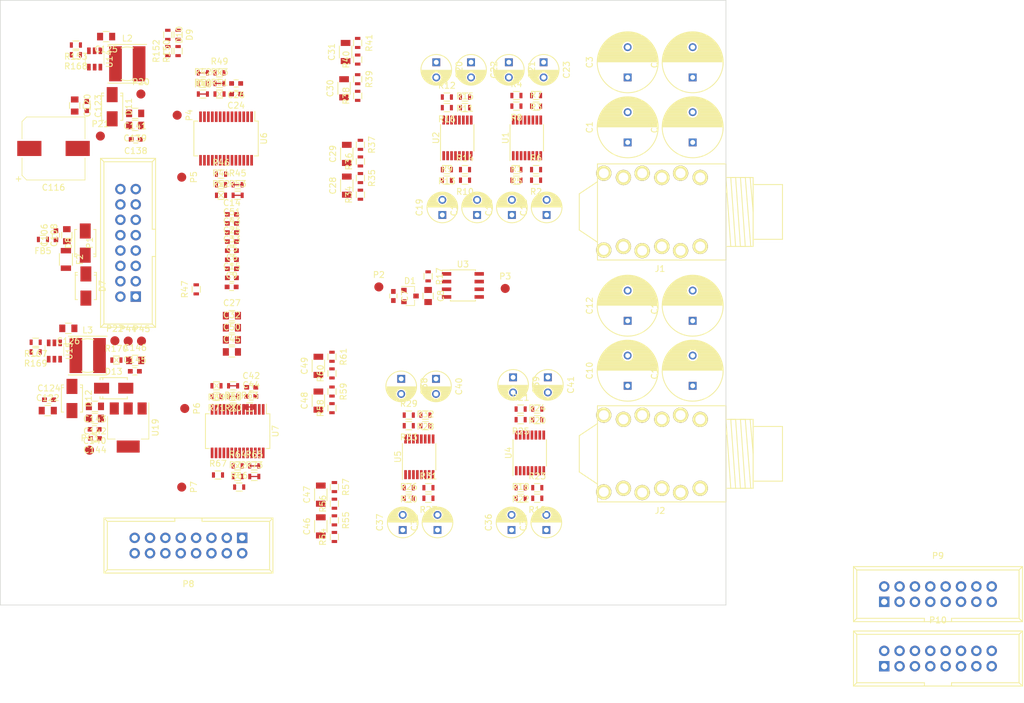
<source format=kicad_pcb>
(kicad_pcb (version 20171130) (host pcbnew "(5.1.2-1)-1")
  (layers (0 F.Cu signal) (31 B.Cu signal) (34 B.Paste user) (35 F.Paste user) (36 B.SilkS user) (37 F.SilkS user) (38 B.Mask user) (39 F.Mask user) (44 Edge.Cuts user))
  (net 0 "")
  (net 1 ADC2-)
  (net 2 ADC2+)
  (net 3 "Net-(C37-Pad1)")
  (net 4 ADC1-)
  (net 5 "Net-(C38-Pad1)")
  (net 6 "Net-(C39-Pad1)")
  (net 7 ADC1+)
  (net 8 "Net-(C40-Pad1)")
  (net 9 ADC4+)
  (net 10 "Net-(C41-Pad1)")
  (net 11 ADC4-)
  (net 12 ADC3+)
  (net 13 "Net-(C42-Pad1)")
  (net 14 ADC3-)
  (net 15 GND)
  (net 16 +5V)
  (net 17 "Net-(C48-Pad2)")
  (net 18 "Net-(C48-Pad1)")
  (net 19 "Net-(C49-Pad1)")
  (net 20 "Net-(C49-Pad2)")
  (net 21 ADC6-)
  (net 22 ADC6+)
  (net 23 ADC5-)
  (net 24 ADC5+)
  (net 25 ADC8+)
  (net 26 ADC8-)
  (net 27 ADC7+)
  (net 28 ADC7-)
  (net 29 IN1)
  (net 30 IN2)
  (net 31 IN3)
  (net 32 IN4)
  (net 33 IN5)
  (net 34 IN6)
  (net 35 IN7)
  (net 36 IN8)
  (net 37 "Net-(P4-Pad1)")
  (net 38 "Net-(P5-Pad1)")
  (net 39 "Net-(P6-Pad1)")
  (net 40 "Net-(P7-Pad1)")
  (net 41 VREF_ADC)
  (net 42 "Net-(R47-Pad2)")
  (net 43 TDM_OUT)
  (net 44 "Net-(R50-Pad2)")
  (net 45 "Net-(R67-Pad2)")
  (net 46 "Net-(R70-Pad2)")
  (net 47 "Net-(C1-Pad2)")
  (net 48 "Net-(C2-Pad2)")
  (net 49 "Net-(C3-Pad2)")
  (net 50 "Net-(C4-Pad2)")
  (net 51 "Net-(C7-Pad1)")
  (net 52 "Net-(C10-Pad2)")
  (net 53 "Net-(C11-Pad2)")
  (net 54 "Net-(C12-Pad2)")
  (net 55 "Net-(C13-Pad2)")
  (net 56 "Net-(C16-Pad1)")
  (net 57 "Net-(C17-Pad1)")
  (net 58 "Net-(C18-Pad1)")
  (net 59 "Net-(C19-Pad1)")
  (net 60 "Net-(C20-Pad1)")
  (net 61 "Net-(C21-Pad1)")
  (net 62 "Net-(C22-Pad1)")
  (net 63 "Net-(C23-Pad1)")
  (net 64 "Net-(C24-Pad1)")
  (net 65 "Net-(C28-Pad2)")
  (net 66 "Net-(C28-Pad1)")
  (net 67 "Net-(C29-Pad2)")
  (net 68 "Net-(C29-Pad1)")
  (net 69 "Net-(C30-Pad2)")
  (net 70 "Net-(C30-Pad1)")
  (net 71 "Net-(C31-Pad2)")
  (net 72 "Net-(C31-Pad1)")
  (net 73 "Net-(C34-Pad1)")
  (net 74 "Net-(C35-Pad1)")
  (net 75 "Net-(C36-Pad1)")
  (net 76 "Net-(C46-Pad2)")
  (net 77 "Net-(C46-Pad1)")
  (net 78 "Net-(C47-Pad2)")
  (net 79 "Net-(C47-Pad1)")
  (net 80 "Net-(R1-Pad2)")
  (net 81 "Net-(R2-Pad2)")
  (net 82 "Net-(R3-Pad2)")
  (net 83 "Net-(R4-Pad2)")
  (net 84 "Net-(R13-Pad1)")
  (net 85 "Net-(R10-Pad2)")
  (net 86 "Net-(R11-Pad2)")
  (net 87 "Net-(R12-Pad2)")
  (net 88 "Net-(R18-Pad2)")
  (net 89 "Net-(R19-Pad2)")
  (net 90 "Net-(R20-Pad2)")
  (net 91 "Net-(R21-Pad2)")
  (net 92 "Net-(R26-Pad2)")
  (net 93 "Net-(R27-Pad2)")
  (net 94 "Net-(R28-Pad2)")
  (net 95 "Net-(R29-Pad2)")
  (net 96 "Net-(R42-Pad2)")
  (net 97 "Net-(R44-Pad2)")
  (net 98 "Net-(R48-Pad1)")
  (net 99 "Net-(R52-Pad2)")
  (net 100 "Net-(R62-Pad2)")
  (net 101 "Net-(R64-Pad2)")
  (net 102 "Net-(R68-Pad2)")
  (net 103 "Net-(R72-Pad2)")
  (net 104 VIN)
  (net 105 "Net-(C106-Pad1)")
  (net 106 "Net-(C116-Pad1)")
  (net 107 "Net-(C125-Pad2)")
  (net 108 "Net-(C125-Pad1)")
  (net 109 "Net-(C126-Pad2)")
  (net 110 "Net-(C126-Pad1)")
  (net 111 +3V3)
  (net 112 "Net-(C140-Pad1)")
  (net 113 "Net-(D7-Pad1)")
  (net 114 "Net-(D9-Pad2)")
  (net 115 "Net-(D10-Pad2)")
  (net 116 "Net-(R153-Pad1)")
  (net 117 "Net-(R167-Pad1)")
  (net 118 MCLK_ADC0)
  (net 119 LRCLK_IN3\MP13)
  (net 120 BCLK_IN3)
  (net 121 MCLK_ADC1)
  (net 122 SDATA_IN3)
  (module fdsp_connector:IDC_Header_Straight_16pins (layer F.Cu) (at 276.175001 160.125001)
    (fp_text reference P10 (at 8.89 -7.62) (layer F.SilkS))
    (fp_text value STDCONN)
    (pad 16 thru_hole oval (at 17.78 -2.54) (size 1.7272 1.7272) (drill 1.016) (layers *.Cu *.Mask) (net 15 GND))
    (pad 15 thru_hole oval (at 17.78 0) (size 1.7272 1.7272) (drill 1.016) (layers *.Cu *.Mask) (net 121 MCLK_ADC1))
    (pad 14 thru_hole oval (at 15.24 -2.54) (size 1.7272 1.7272) (drill 1.016) (layers *.Cu *.Mask) (net 15 GND))
    (pad 13 thru_hole oval (at 15.24 0) (size 1.7272 1.7272) (drill 1.016) (layers *.Cu *.Mask))
    (pad 12 thru_hole oval (at 12.7 -2.54) (size 1.7272 1.7272) (drill 1.016) (layers *.Cu *.Mask) (net 15 GND))
    (pad 11 thru_hole oval (at 12.7 0) (size 1.7272 1.7272) (drill 1.016) (layers *.Cu *.Mask))
    (pad 10 thru_hole oval (at 10.16 -2.54) (size 1.7272 1.7272) (drill 1.016) (layers *.Cu *.Mask) (net 15 GND))
    (pad 9 thru_hole oval (at 10.16 0) (size 1.7272 1.7272) (drill 1.016) (layers *.Cu *.Mask) (net 119 LRCLK_IN3\MP13))
    (pad 8 thru_hole oval (at 7.62 -2.54) (size 1.7272 1.7272) (drill 1.016) (layers *.Cu *.Mask) (net 15 GND))
    (pad 7 thru_hole oval (at 7.62 0) (size 1.7272 1.7272) (drill 1.016) (layers *.Cu *.Mask) (net 120 BCLK_IN3))
    (pad 6 thru_hole oval (at 5.08 -2.54) (size 1.7272 1.7272) (drill 1.016) (layers *.Cu *.Mask) (net 15 GND))
    (pad 5 thru_hole oval (at 5.08 0) (size 1.7272 1.7272) (drill 1.016) (layers *.Cu *.Mask) (net 122 SDATA_IN3))
    (pad 4 thru_hole oval (at 2.54 -2.54) (size 1.7272 1.7272) (drill 1.016) (layers *.Cu *.Mask) (net 15 GND))
    (pad 3 thru_hole oval (at 2.54 0) (size 1.7272 1.7272) (drill 1.016) (layers *.Cu *.Mask))
    (pad 2 thru_hole oval (at 0 -2.54) (size 1.7272 1.7272) (drill 1.016) (layers *.Cu *.Mask) (net 15 GND))
    (pad 1 thru_hole rect (at 0 0) (size 1.7272 1.7272) (drill 1.016) (layers *.Cu *.Mask) (net 104 VIN))
  )
  (module fdsp_connector:IDC_Header_Straight_16pins (layer F.Cu) (at 276.175001 149.475001)
    (fp_text reference P9 (at 8.89 -7.62) (layer F.SilkS))
    (fp_text value STDCONN)
    (pad 16 thru_hole oval (at 17.78 -2.54) (size 1.7272 1.7272) (drill 1.016) (layers *.Cu *.Mask) (net 15 GND))
    (pad 15 thru_hole oval (at 17.78 0) (size 1.7272 1.7272) (drill 1.016) (layers *.Cu *.Mask) (net 118 MCLK_ADC0))
    (pad 14 thru_hole oval (at 15.24 -2.54) (size 1.7272 1.7272) (drill 1.016) (layers *.Cu *.Mask) (net 15 GND))
    (pad 13 thru_hole oval (at 15.24 0) (size 1.7272 1.7272) (drill 1.016) (layers *.Cu *.Mask))
    (pad 12 thru_hole oval (at 12.7 -2.54) (size 1.7272 1.7272) (drill 1.016) (layers *.Cu *.Mask) (net 15 GND))
    (pad 11 thru_hole oval (at 12.7 0) (size 1.7272 1.7272) (drill 1.016) (layers *.Cu *.Mask))
    (pad 10 thru_hole oval (at 10.16 -2.54) (size 1.7272 1.7272) (drill 1.016) (layers *.Cu *.Mask) (net 15 GND))
    (pad 9 thru_hole oval (at 10.16 0) (size 1.7272 1.7272) (drill 1.016) (layers *.Cu *.Mask) (net 119 LRCLK_IN3\MP13))
    (pad 8 thru_hole oval (at 7.62 -2.54) (size 1.7272 1.7272) (drill 1.016) (layers *.Cu *.Mask) (net 15 GND))
    (pad 7 thru_hole oval (at 7.62 0) (size 1.7272 1.7272) (drill 1.016) (layers *.Cu *.Mask) (net 120 BCLK_IN3))
    (pad 6 thru_hole oval (at 5.08 -2.54) (size 1.7272 1.7272) (drill 1.016) (layers *.Cu *.Mask) (net 15 GND))
    (pad 5 thru_hole oval (at 5.08 0) (size 1.7272 1.7272) (drill 1.016) (layers *.Cu *.Mask))
    (pad 4 thru_hole oval (at 2.54 -2.54) (size 1.7272 1.7272) (drill 1.016) (layers *.Cu *.Mask) (net 15 GND))
    (pad 3 thru_hole oval (at 2.54 0) (size 1.7272 1.7272) (drill 1.016) (layers *.Cu *.Mask))
    (pad 2 thru_hole oval (at 0 -2.54) (size 1.7272 1.7272) (drill 1.016) (layers *.Cu *.Mask) (net 15 GND))
    (pad 1 thru_hole rect (at 0 0) (size 1.7272 1.7272) (drill 1.016) (layers *.Cu *.Mask) (net 104 VIN))
  )
  (module fdsp_housing:SOT-223 (layer F.Cu) (at 151.15 120.65 270)
    (fp_text reference U19 (at 0 -4.5 90) (layer F.SilkS))
    (fp_text value LD1117DT50TR)
    (pad 1 smd rect (at -3.15 -2.3 270) (size 2 1.5) (layers F.Cu F.Paste F.Mask) (net 15 GND))
    (pad 3 smd rect (at -3.15 2.3 270) (size 2 1.5) (layers F.Cu F.Paste F.Mask) (net 112 "Net-(C140-Pad1)"))
    (pad 2 smd rect (at -3.15 0 270) (size 2 1.5) (layers F.Cu F.Paste F.Mask) (net 16 +5V))
    (pad 4 smd rect (at 3.15 0 270) (size 2 3.8) (layers F.Cu F.Paste F.Mask))
  )
  (module fdsp_housing:SOT23-6_1.7x3.0mm_Pitch0.95mm (layer F.Cu) (at 138.95 108 270)
    (fp_text reference U15 (at 0 -2.45 90) (layer F.SilkS))
    (fp_text value LM2842Y)
    (pad 6 smd rect (at 1.35 -0.95 270) (size 1.1 0.6) (layers F.Cu F.Paste F.Mask) (net 110 "Net-(C126-Pad1)"))
    (pad 5 smd rect (at 1.35 0 270) (size 1.1 0.6) (layers F.Cu F.Paste F.Mask) (net 106 "Net-(C116-Pad1)"))
    (pad 4 smd rect (at 1.35 0.95 270) (size 1.1 0.6) (layers F.Cu F.Paste F.Mask) (net 106 "Net-(C116-Pad1)"))
    (pad 3 smd rect (at -1.35 0.95 270) (size 1.1 0.6) (layers F.Cu F.Paste F.Mask) (net 117 "Net-(R167-Pad1)"))
    (pad 2 smd rect (at -1.35 0 270) (size 1.1 0.6) (layers F.Cu F.Paste F.Mask) (net 15 GND))
    (pad 1 smd rect (at -1.35 -0.95 270) (size 1.1 0.6) (layers F.Cu F.Paste F.Mask) (net 109 "Net-(C126-Pad2)"))
  )
  (module fdsp_housing:SOT23-6_1.7x3.0mm_Pitch0.95mm (layer F.Cu) (at 145.6 59.7 270)
    (fp_text reference U14 (at 0 -2.45 90) (layer F.SilkS))
    (fp_text value LM2842Y)
    (pad 6 smd rect (at 1.35 -0.95 270) (size 1.1 0.6) (layers F.Cu F.Paste F.Mask) (net 108 "Net-(C125-Pad1)"))
    (pad 5 smd rect (at 1.35 0 270) (size 1.1 0.6) (layers F.Cu F.Paste F.Mask) (net 106 "Net-(C116-Pad1)"))
    (pad 4 smd rect (at 1.35 0.95 270) (size 1.1 0.6) (layers F.Cu F.Paste F.Mask) (net 106 "Net-(C116-Pad1)"))
    (pad 3 smd rect (at -1.35 0.95 270) (size 1.1 0.6) (layers F.Cu F.Paste F.Mask) (net 116 "Net-(R153-Pad1)"))
    (pad 2 smd rect (at -1.35 0 270) (size 1.1 0.6) (layers F.Cu F.Paste F.Mask) (net 15 GND))
    (pad 1 smd rect (at -1.35 -0.95 270) (size 1.1 0.6) (layers F.Cu F.Paste F.Mask) (net 107 "Net-(C125-Pad2)"))
  )
  (module fdsp_resistor:R_0603_Solderjumper_Open (layer F.Cu) (at 149.2 109.5)
    (fp_text reference R170 (at 0 -1.9) (layer F.SilkS))
    (fp_text value Jumper_NO_Small hide)
    (pad 2 smd rect (at 0.75 0) (size 0.5 0.9) (layers F.Cu F.Paste F.Mask) (net 16 +5V))
    (pad 1 smd rect (at -0.75 0) (size 0.5 0.9) (layers F.Cu F.Paste F.Mask) (net 112 "Net-(C140-Pad1)"))
  )
  (module fdsp_resistor:R_0603 (layer F.Cu) (at 135.85 108.15 180)
    (fp_text reference R169 (at 0 -1.9) (layer F.SilkS))
    (fp_text value 5.62k)
    (pad 2 smd rect (at 0.75 0 180) (size 0.5 0.9) (layers F.Cu F.Paste F.Mask) (net 112 "Net-(C140-Pad1)"))
    (pad 1 smd rect (at -0.75 0 180) (size 0.5 0.9) (layers F.Cu F.Paste F.Mask) (net 117 "Net-(R167-Pad1)"))
  )
  (module fdsp_resistor:R_0603 (layer F.Cu) (at 142.5 59 180)
    (fp_text reference R168 (at 0 -1.9) (layer F.SilkS))
    (fp_text value 3.4k)
    (pad 2 smd rect (at 0.75 0 180) (size 0.5 0.9) (layers F.Cu F.Paste F.Mask) (net 111 +3V3))
    (pad 1 smd rect (at -0.75 0 180) (size 0.5 0.9) (layers F.Cu F.Paste F.Mask) (net 116 "Net-(R153-Pad1)"))
  )
  (module fdsp_resistor:R_0603 (layer F.Cu) (at 135.85 106.55 180)
    (fp_text reference R167 (at 0 -1.9) (layer F.SilkS))
    (fp_text value 1.02k)
    (pad 2 smd rect (at 0.75 0 180) (size 0.5 0.9) (layers F.Cu F.Paste F.Mask) (net 15 GND))
    (pad 1 smd rect (at -0.75 0 180) (size 0.5 0.9) (layers F.Cu F.Paste F.Mask) (net 117 "Net-(R167-Pad1)"))
  )
  (module fdsp_resistor:R_0603 (layer F.Cu) (at 142.5 57.4 180)
    (fp_text reference R153 (at 0 -1.9) (layer F.SilkS))
    (fp_text value 1.02k)
    (pad 2 smd rect (at 0.75 0 180) (size 0.5 0.9) (layers F.Cu F.Paste F.Mask) (net 15 GND))
    (pad 1 smd rect (at -0.75 0 180) (size 0.5 0.9) (layers F.Cu F.Paste F.Mask) (net 116 "Net-(R153-Pad1)"))
  )
  (module fdsp_resistor:R_0603 (layer F.Cu) (at 157.7 58.4 90)
    (fp_text reference R152 (at 0 -1.9 90) (layer F.SilkS))
    (fp_text value 1k)
    (pad 2 smd rect (at 0.75 0 90) (size 0.5 0.9) (layers F.Cu F.Paste F.Mask) (net 115 "Net-(D10-Pad2)"))
    (pad 1 smd rect (at -0.75 0 90) (size 0.5 0.9) (layers F.Cu F.Paste F.Mask) (net 16 +5V))
  )
  (module fdsp_resistor:R_0603 (layer F.Cu) (at 159.4 58.4 90)
    (fp_text reference R150 (at 0 -1.9 90) (layer F.SilkS))
    (fp_text value 1k)
    (pad 2 smd rect (at 0.75 0 90) (size 0.5 0.9) (layers F.Cu F.Paste F.Mask) (net 114 "Net-(D9-Pad2)"))
    (pad 1 smd rect (at -0.75 0 90) (size 0.5 0.9) (layers F.Cu F.Paste F.Mask) (net 111 +3V3))
  )
  (module fdsp_misc:Measurement_Point_Round-SMD-Pad_Small (layer F.Cu) (at 153.35 106.35)
    (fp_text reference P45 (at 0 -2) (layer F.SilkS))
    (fp_text value TST)
    (pad 1 smd circle (at 0 0) (size 1.5 1.5) (layers F.Cu F.Mask) (net 15 GND))
  )
  (module fdsp_misc:Measurement_Point_Round-SMD-Pad_Small (layer F.Cu) (at 151.15 106.35)
    (fp_text reference P44 (at 0 -2) (layer F.SilkS))
    (fp_text value TST)
    (pad 1 smd circle (at 0 0) (size 1.5 1.5) (layers F.Cu F.Mask) (net 16 +5V))
  )
  (module fdsp_misc:Measurement_Point_Round-SMD-Pad_Small (layer F.Cu) (at 144.75 124.4)
    (fp_text reference P43 (at 0 -2) (layer F.SilkS))
    (fp_text value TST)
    (pad 1 smd circle (at 0 0) (size 1.5 1.5) (layers F.Cu F.Mask) (net 15 GND))
  )
  (module fdsp_misc:Measurement_Point_Round-SMD-Pad_Small (layer F.Cu) (at 148.95 106.3)
    (fp_text reference P22 (at 0 -2) (layer F.SilkS))
    (fp_text value TST)
    (pad 1 smd circle (at 0 0) (size 1.5 1.5) (layers F.Cu F.Mask) (net 112 "Net-(C140-Pad1)"))
  )
  (module fdsp_misc:Measurement_Point_Round-SMD-Pad_Small (layer F.Cu) (at 146.55 72.45)
    (fp_text reference P21 (at 0 -2) (layer F.SilkS))
    (fp_text value TST)
    (pad 1 smd circle (at 0 0) (size 1.5 1.5) (layers F.Cu F.Mask) (net 15 GND))
  )
  (module fdsp_misc:Measurement_Point_Round-SMD-Pad_Small (layer F.Cu) (at 153.25 65.5)
    (fp_text reference P20 (at 0 -2) (layer F.SilkS))
    (fp_text value TST)
    (pad 1 smd circle (at 0 0) (size 1.5 1.5) (layers F.Cu F.Mask) (net 111 +3V3))
  )
  (module fdsp_inductor:Choke_SMD_6.0x5.8 (layer F.Cu) (at 144.45 108.75)
    (fp_text reference L3 (at 0 -4.2) (layer F.SilkS))
    (fp_text value 47u)
    (pad 1 smd rect (at -1.95 0) (size 2.1 5.8) (layers F.Cu F.Paste F.Mask) (net 110 "Net-(C126-Pad1)"))
    (pad 2 smd rect (at 1.95 0) (size 2.1 5.8) (layers F.Cu F.Paste F.Mask) (net 112 "Net-(C140-Pad1)"))
  )
  (module fdsp_inductor:Choke_SMD_6.0x5.8 (layer F.Cu) (at 151 60.5)
    (fp_text reference L2 (at 0 -4.2) (layer F.SilkS))
    (fp_text value 47u)
    (pad 1 smd rect (at -1.95 0) (size 2.1 5.8) (layers F.Cu F.Paste F.Mask) (net 108 "Net-(C125-Pad1)"))
    (pad 2 smd rect (at 1.95 0) (size 2.1 5.8) (layers F.Cu F.Paste F.Mask) (net 111 +3V3))
  )
  (module fdsp_resistor:R_0603 (layer F.Cu) (at 137.05 89.55 180)
    (fp_text reference FB5 (at 0 -1.9) (layer F.SilkS))
    (fp_text value BLM18PG471SN1)
    (pad 2 smd rect (at 0.75 0 180) (size 0.5 0.9) (layers F.Cu F.Paste F.Mask) (net 106 "Net-(C116-Pad1)"))
    (pad 1 smd rect (at -0.75 0 180) (size 0.5 0.9) (layers F.Cu F.Paste F.Mask) (net 105 "Net-(C106-Pad1)"))
  )
  (module fdsp_resistor:R_1206 (layer F.Cu) (at 140.85 92.85 270)
    (fp_text reference F2 (at 0 -2.3 90) (layer F.SilkS))
    (fp_text value 0ZCJ0050AF2E)
    (pad 2 smd rect (at 1.45 0 270) (size 0.9 1.7) (layers F.Cu F.Paste F.Mask) (net 113 "Net-(D7-Pad1)"))
    (pad 1 smd rect (at -1.45 0 270) (size 0.9 1.7) (layers F.Cu F.Paste F.Mask) (net 105 "Net-(C106-Pad1)"))
  )
  (module fdsp_diode:SMA (layer F.Cu) (at 148.75 114.15)
    (fp_text reference D13 (at 0 -2.75) (layer F.SilkS))
    (fp_text value B150)
    (pad 2 smd rect (at 1.99898 0) (size 2.49936 1.80086) (layers F.Cu F.Paste F.Mask) (net 16 +5V))
    (pad 1 smd rect (at -1.99898 0) (size 2.49936 1.80086) (layers F.Cu F.Paste F.Mask) (net 112 "Net-(C140-Pad1)"))
  )
  (module fdsp_diode:SMA (layer F.Cu) (at 141.85 115.85 270)
    (fp_text reference D12 (at 0 -2.75 90) (layer F.SilkS))
    (fp_text value B150)
    (pad 2 smd rect (at 1.99898 0 270) (size 2.49936 1.80086) (layers F.Cu F.Paste F.Mask) (net 15 GND))
    (pad 1 smd rect (at -1.99898 0 270) (size 2.49936 1.80086) (layers F.Cu F.Paste F.Mask) (net 110 "Net-(C126-Pad1)"))
  )
  (module fdsp_diode:SMA (layer F.Cu) (at 148.5 67.6 270)
    (fp_text reference D11 (at 0 -2.75 90) (layer F.SilkS))
    (fp_text value B150)
    (pad 2 smd rect (at 1.99898 0 270) (size 2.49936 1.80086) (layers F.Cu F.Paste F.Mask) (net 15 GND))
    (pad 1 smd rect (at -1.99898 0 270) (size 2.49936 1.80086) (layers F.Cu F.Paste F.Mask) (net 108 "Net-(C125-Pad1)"))
  )
  (module fdsp_resistor:R_0603 (layer F.Cu) (at 157.7 55.71 270)
    (fp_text reference D10 (at 0 -1.9 90) (layer F.SilkS))
    (fp_text value green)
    (pad 2 smd rect (at 0.75 0 270) (size 0.5 0.9) (layers F.Cu F.Paste F.Mask) (net 115 "Net-(D10-Pad2)"))
    (pad 1 smd rect (at -0.75 0 270) (size 0.5 0.9) (layers F.Cu F.Paste F.Mask) (net 15 GND))
  )
  (module fdsp_resistor:R_0603 (layer F.Cu) (at 159.4 55.7 270)
    (fp_text reference D9 (at 0 -1.9 90) (layer F.SilkS))
    (fp_text value green)
    (pad 2 smd rect (at 0.75 0 270) (size 0.5 0.9) (layers F.Cu F.Paste F.Mask) (net 114 "Net-(D9-Pad2)"))
    (pad 1 smd rect (at -0.75 0 270) (size 0.5 0.9) (layers F.Cu F.Paste F.Mask) (net 15 GND))
  )
  (module fdsp_diode:SMA (layer F.Cu) (at 144.05 90.15 90)
    (fp_text reference D8 (at 0 -2.75 90) (layer F.SilkS))
    (fp_text value SMAJ28A)
    (pad 2 smd rect (at 1.99898 0 90) (size 2.49936 1.80086) (layers F.Cu F.Paste F.Mask) (net 15 GND))
    (pad 1 smd rect (at -1.99898 0 90) (size 2.49936 1.80086) (layers F.Cu F.Paste F.Mask) (net 105 "Net-(C106-Pad1)"))
  )
  (module fdsp_diode:SMA (layer F.Cu) (at 144.15 97.25 270)
    (fp_text reference D7 (at 0 -2.75 90) (layer F.SilkS))
    (fp_text value B150)
    (pad 2 smd rect (at 1.99898 0 270) (size 2.49936 1.80086) (layers F.Cu F.Paste F.Mask) (net 104 VIN))
    (pad 1 smd rect (at -1.99898 0 270) (size 2.49936 1.80086) (layers F.Cu F.Paste F.Mask) (net 113 "Net-(D7-Pad1)"))
  )
  (module fdsp_capacitor:C_0805 (layer F.Cu) (at 152.3 109.55)
    (fp_text reference C146 (at 0 -2.1) (layer F.SilkS))
    (fp_text value 10u)
    (pad 2 smd rect (at 1 0) (size 1 1.25) (layers F.Cu F.Paste F.Mask) (net 15 GND))
    (pad 1 smd rect (at -1 0) (size 1 1.25) (layers F.Cu F.Paste F.Mask) (net 16 +5V))
  )
  (module fdsp_capacitor:C_0603 (layer F.Cu) (at 152.25 111.35)
    (fp_text reference C145 (at 0 -1.9) (layer F.SilkS))
    (fp_text value 100n)
    (pad 2 smd rect (at 0.75 0) (size 0.8 0.75) (layers F.Cu F.Paste F.Mask) (net 15 GND))
    (pad 1 smd rect (at -0.75 0) (size 0.8 0.75) (layers F.Cu F.Paste F.Mask) (net 16 +5V))
  )
  (module fdsp_capacitor:C_0603 (layer F.Cu) (at 145.65 122.45 180)
    (fp_text reference C144 (at 0 -1.9) (layer F.SilkS))
    (fp_text value 100n)
    (pad 2 smd rect (at 0.75 0 180) (size 0.8 0.75) (layers F.Cu F.Paste F.Mask) (net 15 GND))
    (pad 1 smd rect (at -0.75 0 180) (size 0.8 0.75) (layers F.Cu F.Paste F.Mask) (net 112 "Net-(C140-Pad1)"))
  )
  (module fdsp_capacitor:C_0805 (layer F.Cu) (at 145.65 117.15 180)
    (fp_text reference C143 (at 0 -2.1) (layer F.SilkS))
    (fp_text value 10u)
    (pad 2 smd rect (at 1 0 180) (size 1 1.25) (layers F.Cu F.Paste F.Mask) (net 15 GND))
    (pad 1 smd rect (at -1 0 180) (size 1 1.25) (layers F.Cu F.Paste F.Mask) (net 112 "Net-(C140-Pad1)"))
  )
  (module fdsp_capacitor:C_0805 (layer F.Cu) (at 145.65 119.15 180)
    (fp_text reference C142 (at 0 -2.1) (layer F.SilkS))
    (fp_text value 10u)
    (pad 2 smd rect (at 1 0 180) (size 1 1.25) (layers F.Cu F.Paste F.Mask) (net 15 GND))
    (pad 1 smd rect (at -1 0 180) (size 1 1.25) (layers F.Cu F.Paste F.Mask) (net 112 "Net-(C140-Pad1)"))
  )
  (module fdsp_capacitor:C_0805 (layer F.Cu) (at 152.3 68.7 180)
    (fp_text reference C141 (at 0 -2.1) (layer F.SilkS))
    (fp_text value 10u)
    (pad 2 smd rect (at 1 0 180) (size 1 1.25) (layers F.Cu F.Paste F.Mask) (net 15 GND))
    (pad 1 smd rect (at -1 0 180) (size 1 1.25) (layers F.Cu F.Paste F.Mask) (net 111 +3V3))
  )
  (module fdsp_capacitor:C_0603 (layer F.Cu) (at 145.6 120.95 180)
    (fp_text reference C140 (at 0 -1.9) (layer F.SilkS))
    (fp_text value 100n)
    (pad 2 smd rect (at 0.75 0 180) (size 0.8 0.75) (layers F.Cu F.Paste F.Mask) (net 15 GND))
    (pad 1 smd rect (at -0.75 0 180) (size 0.8 0.75) (layers F.Cu F.Paste F.Mask) (net 112 "Net-(C140-Pad1)"))
  )
  (module fdsp_capacitor:C_0805 (layer F.Cu) (at 152.3 70.7 180)
    (fp_text reference C139 (at 0 -2.1) (layer F.SilkS))
    (fp_text value 10u)
    (pad 2 smd rect (at 1 0 180) (size 1 1.25) (layers F.Cu F.Paste F.Mask) (net 15 GND))
    (pad 1 smd rect (at -1 0 180) (size 1 1.25) (layers F.Cu F.Paste F.Mask) (net 111 +3V3))
  )
  (module fdsp_capacitor:C_0603 (layer F.Cu) (at 152.4 73 180)
    (fp_text reference C138 (at 0 -1.9) (layer F.SilkS))
    (fp_text value 100n)
    (pad 2 smd rect (at 0.75 0 180) (size 0.8 0.75) (layers F.Cu F.Paste F.Mask) (net 15 GND))
    (pad 1 smd rect (at -0.75 0 180) (size 0.8 0.75) (layers F.Cu F.Paste F.Mask) (net 111 +3V3))
  )
  (module fdsp_capacitor:C_0805 (layer F.Cu) (at 141.25 104.25 180)
    (fp_text reference C126 (at 0 -2.1) (layer F.SilkS))
    (fp_text value 150n)
    (pad 2 smd rect (at 1 0 180) (size 1 1.25) (layers F.Cu F.Paste F.Mask) (net 109 "Net-(C126-Pad2)"))
    (pad 1 smd rect (at -1 0 180) (size 1 1.25) (layers F.Cu F.Paste F.Mask) (net 110 "Net-(C126-Pad1)"))
  )
  (module fdsp_capacitor:C_0805 (layer F.Cu) (at 147.5 56 180)
    (fp_text reference C125 (at 0 -2.1) (layer F.SilkS))
    (fp_text value 150n)
    (pad 2 smd rect (at 1 0 180) (size 1 1.25) (layers F.Cu F.Paste F.Mask) (net 107 "Net-(C125-Pad2)"))
    (pad 1 smd rect (at -1 0 180) (size 1 1.25) (layers F.Cu F.Paste F.Mask) (net 108 "Net-(C125-Pad1)"))
  )
  (module fdsp_capacitor:C_0603 (layer F.Cu) (at 138.05 116.05)
    (fp_text reference C124 (at 0 -1.9) (layer F.SilkS))
    (fp_text value 100n)
    (pad 2 smd rect (at 0.75 0) (size 0.8 0.75) (layers F.Cu F.Paste F.Mask) (net 15 GND))
    (pad 1 smd rect (at -0.75 0) (size 0.8 0.75) (layers F.Cu F.Paste F.Mask) (net 106 "Net-(C116-Pad1)"))
  )
  (module fdsp_capacitor:C_0603 (layer F.Cu) (at 144.3 67.5 270)
    (fp_text reference C123 (at 0 -1.9 90) (layer F.SilkS))
    (fp_text value 100n)
    (pad 2 smd rect (at 0.75 0 270) (size 0.8 0.75) (layers F.Cu F.Paste F.Mask) (net 15 GND))
    (pad 1 smd rect (at -0.75 0 270) (size 0.8 0.75) (layers F.Cu F.Paste F.Mask) (net 106 "Net-(C116-Pad1)"))
  )
  (module fdsp_capacitor:C_0805 (layer F.Cu) (at 137.85 117.85)
    (fp_text reference C122 (at 0 -2.1) (layer F.SilkS))
    (fp_text value 10u)
    (pad 2 smd rect (at 1 0) (size 1 1.25) (layers F.Cu F.Paste F.Mask) (net 15 GND))
    (pad 1 smd rect (at -1 0) (size 1 1.25) (layers F.Cu F.Paste F.Mask) (net 106 "Net-(C116-Pad1)"))
  )
  (module fdsp_capacitor:C_0805 (layer F.Cu) (at 142.3 67.4 270)
    (fp_text reference C120 (at 0 -2.1 90) (layer F.SilkS))
    (fp_text value 10u)
    (pad 2 smd rect (at 1 0 270) (size 1 1.25) (layers F.Cu F.Paste F.Mask) (net 15 GND))
    (pad 1 smd rect (at -1 0 270) (size 1 1.25) (layers F.Cu F.Paste F.Mask) (net 106 "Net-(C116-Pad1)"))
  )
  (module fdsp_capacitor:CP_Elec_10x10.5 (layer F.Cu) (at 138.8 74.5)
    (fp_text reference C116 (at 0 6.46) (layer F.SilkS))
    (fp_text value 100u)
    (fp_text user + (at -5.78 4.97) (layer F.SilkS))
    (pad 2 smd rect (at 4 0 180) (size 4 2.5) (layers F.Cu F.Paste F.Mask) (net 15 GND))
    (pad 1 smd rect (at -4 0 180) (size 4 2.5) (layers F.Cu F.Paste F.Mask) (net 106 "Net-(C116-Pad1)"))
  )
  (module fdsp_capacitor:C_0805 (layer F.Cu) (at 141 88.85 90)
    (fp_text reference C108 (at 0 -2.1 90) (layer F.SilkS))
    (fp_text value 10u)
    (pad 2 smd rect (at 1 0 90) (size 1 1.25) (layers F.Cu F.Paste F.Mask) (net 15 GND))
    (pad 1 smd rect (at -1 0 90) (size 1 1.25) (layers F.Cu F.Paste F.Mask) (net 105 "Net-(C106-Pad1)"))
  )
  (module fdsp_capacitor:C_0603 (layer F.Cu) (at 139.2 88.85 90)
    (fp_text reference C106 (at 0 -1.9 90) (layer F.SilkS))
    (fp_text value 100n)
    (pad 2 smd rect (at 0.75 0 90) (size 0.8 0.75) (layers F.Cu F.Paste F.Mask) (net 15 GND))
    (pad 1 smd rect (at -0.75 0 90) (size 0.8 0.75) (layers F.Cu F.Paste F.Mask) (net 105 "Net-(C106-Pad1)"))
  )
  (module fdsp_connector:IDC_Header_Straight_16pins (layer F.Cu) (at 170 138.9 180)
    (fp_text reference P8 (at 8.89 -7.62) (layer F.SilkS))
    (fp_text value STDCONN)
    (pad 16 thru_hole oval (at 17.78 -2.54 180) (size 1.7272 1.7272) (drill 1.016) (layers *.Cu *.Mask) (net 15 GND))
    (pad 15 thru_hole oval (at 17.78 0 180) (size 1.7272 1.7272) (drill 1.016) (layers *.Cu *.Mask) (net 121 MCLK_ADC1))
    (pad 14 thru_hole oval (at 15.24 -2.54 180) (size 1.7272 1.7272) (drill 1.016) (layers *.Cu *.Mask) (net 15 GND))
    (pad 13 thru_hole oval (at 15.24 0 180) (size 1.7272 1.7272) (drill 1.016) (layers *.Cu *.Mask))
    (pad 12 thru_hole oval (at 12.7 -2.54 180) (size 1.7272 1.7272) (drill 1.016) (layers *.Cu *.Mask) (net 15 GND))
    (pad 11 thru_hole oval (at 12.7 0 180) (size 1.7272 1.7272) (drill 1.016) (layers *.Cu *.Mask))
    (pad 10 thru_hole oval (at 10.16 -2.54 180) (size 1.7272 1.7272) (drill 1.016) (layers *.Cu *.Mask) (net 15 GND))
    (pad 9 thru_hole oval (at 10.16 0 180) (size 1.7272 1.7272) (drill 1.016) (layers *.Cu *.Mask) (net 119 LRCLK_IN3\MP13))
    (pad 8 thru_hole oval (at 7.62 -2.54 180) (size 1.7272 1.7272) (drill 1.016) (layers *.Cu *.Mask) (net 15 GND))
    (pad 7 thru_hole oval (at 7.62 0 180) (size 1.7272 1.7272) (drill 1.016) (layers *.Cu *.Mask) (net 120 BCLK_IN3))
    (pad 6 thru_hole oval (at 5.08 -2.54 180) (size 1.7272 1.7272) (drill 1.016) (layers *.Cu *.Mask) (net 15 GND))
    (pad 5 thru_hole oval (at 5.08 0 180) (size 1.7272 1.7272) (drill 1.016) (layers *.Cu *.Mask) (net 122 SDATA_IN3))
    (pad 4 thru_hole oval (at 2.54 -2.54 180) (size 1.7272 1.7272) (drill 1.016) (layers *.Cu *.Mask) (net 15 GND))
    (pad 3 thru_hole oval (at 2.54 0 180) (size 1.7272 1.7272) (drill 1.016) (layers *.Cu *.Mask))
    (pad 2 thru_hole oval (at 0 -2.54 180) (size 1.7272 1.7272) (drill 1.016) (layers *.Cu *.Mask) (net 15 GND))
    (pad 1 thru_hole rect (at 0 0 180) (size 1.7272 1.7272) (drill 1.016) (layers *.Cu *.Mask) (net 104 VIN))
  )
  (module fdsp_connector:IDC_Header_Straight_16pins (layer F.Cu) (at 152.4 99 90)
    (fp_text reference P1 (at 8.89 -7.62 90) (layer F.SilkS))
    (fp_text value STDCONN)
    (pad 16 thru_hole oval (at 17.78 -2.54 90) (size 1.7272 1.7272) (drill 1.016) (layers *.Cu *.Mask) (net 15 GND))
    (pad 15 thru_hole oval (at 17.78 0 90) (size 1.7272 1.7272) (drill 1.016) (layers *.Cu *.Mask) (net 118 MCLK_ADC0))
    (pad 14 thru_hole oval (at 15.24 -2.54 90) (size 1.7272 1.7272) (drill 1.016) (layers *.Cu *.Mask) (net 15 GND))
    (pad 13 thru_hole oval (at 15.24 0 90) (size 1.7272 1.7272) (drill 1.016) (layers *.Cu *.Mask))
    (pad 12 thru_hole oval (at 12.7 -2.54 90) (size 1.7272 1.7272) (drill 1.016) (layers *.Cu *.Mask) (net 15 GND))
    (pad 11 thru_hole oval (at 12.7 0 90) (size 1.7272 1.7272) (drill 1.016) (layers *.Cu *.Mask))
    (pad 10 thru_hole oval (at 10.16 -2.54 90) (size 1.7272 1.7272) (drill 1.016) (layers *.Cu *.Mask) (net 15 GND))
    (pad 9 thru_hole oval (at 10.16 0 90) (size 1.7272 1.7272) (drill 1.016) (layers *.Cu *.Mask) (net 119 LRCLK_IN3\MP13))
    (pad 8 thru_hole oval (at 7.62 -2.54 90) (size 1.7272 1.7272) (drill 1.016) (layers *.Cu *.Mask) (net 15 GND))
    (pad 7 thru_hole oval (at 7.62 0 90) (size 1.7272 1.7272) (drill 1.016) (layers *.Cu *.Mask) (net 120 BCLK_IN3))
    (pad 6 thru_hole oval (at 5.08 -2.54 90) (size 1.7272 1.7272) (drill 1.016) (layers *.Cu *.Mask) (net 15 GND))
    (pad 5 thru_hole oval (at 5.08 0 90) (size 1.7272 1.7272) (drill 1.016) (layers *.Cu *.Mask))
    (pad 4 thru_hole oval (at 2.54 -2.54 90) (size 1.7272 1.7272) (drill 1.016) (layers *.Cu *.Mask) (net 15 GND))
    (pad 3 thru_hole oval (at 2.54 0 90) (size 1.7272 1.7272) (drill 1.016) (layers *.Cu *.Mask))
    (pad 2 thru_hole oval (at 0 -2.54 90) (size 1.7272 1.7272) (drill 1.016) (layers *.Cu *.Mask) (net 15 GND))
    (pad 1 thru_hole rect (at 0 0 90) (size 1.7272 1.7272) (drill 1.016) (layers *.Cu *.Mask) (net 104 VIN))
  )
  (module fdsp_housing:SSOP-28_5.3x10.2mm_Pitch0.65mm (layer F.Cu) (at 169.25 121.25 270)
    (fp_text reference U7 (at 0 -6.25 90) (layer F.SilkS))
    (fp_text value AK5384)
    (pad 28 smd rect (at 3.6 -4.225 270) (size 1.75 0.45) (layers F.Cu F.Paste F.Mask) (net 78 "Net-(C47-Pad2)"))
    (pad 27 smd rect (at 3.6 -3.575 270) (size 1.75 0.45) (layers F.Cu F.Paste F.Mask) (net 79 "Net-(C47-Pad1)"))
    (pad 26 smd rect (at 3.6 -2.925 270) (size 1.75 0.45) (layers F.Cu F.Paste F.Mask) (net 76 "Net-(C46-Pad2)"))
    (pad 25 smd rect (at 3.6 -2.275 270) (size 1.75 0.45) (layers F.Cu F.Paste F.Mask) (net 77 "Net-(C46-Pad1)"))
    (pad 24 smd rect (at 3.6 -1.625 270) (size 1.75 0.45) (layers F.Cu F.Paste F.Mask) (net 103 "Net-(R72-Pad2)"))
    (pad 23 smd rect (at 3.6 -0.975 270) (size 1.75 0.45) (layers F.Cu F.Paste F.Mask) (net 101 "Net-(R64-Pad2)"))
    (pad 22 smd rect (at 3.6 -0.325 270) (size 1.75 0.45) (layers F.Cu F.Paste F.Mask) (net 40 "Net-(P7-Pad1)"))
    (pad 21 smd rect (at 3.6 0.325 270) (size 1.75 0.45) (layers F.Cu F.Paste F.Mask) (net 15 GND))
    (pad 20 smd rect (at 3.6 0.975 270) (size 1.75 0.45) (layers F.Cu F.Paste F.Mask) (net 16 +5V))
    (pad 19 smd rect (at 3.6 1.625 270) (size 1.75 0.45) (layers F.Cu F.Paste F.Mask) (net 16 +5V))
    (pad 18 smd rect (at 3.6 2.275 270) (size 1.75 0.45) (layers F.Cu F.Paste F.Mask) (net 45 "Net-(R67-Pad2)"))
    (pad 17 smd rect (at 3.6 2.925 270) (size 1.75 0.45) (layers F.Cu F.Paste F.Mask))
    (pad 16 smd rect (at 3.6 3.575 270) (size 1.75 0.45) (layers F.Cu F.Paste F.Mask) (net 120 BCLK_IN3))
    (pad 15 smd rect (at 3.6 4.225 270) (size 1.75 0.45) (layers F.Cu F.Paste F.Mask) (net 119 LRCLK_IN3\MP13))
    (pad 14 smd rect (at -3.6 4.225 270) (size 1.75 0.45) (layers F.Cu F.Paste F.Mask) (net 39 "Net-(P6-Pad1)"))
    (pad 13 smd rect (at -3.6 3.575 270) (size 1.75 0.45) (layers F.Cu F.Paste F.Mask) (net 121 MCLK_ADC1))
    (pad 12 smd rect (at -3.6 2.925 270) (size 1.75 0.45) (layers F.Cu F.Paste F.Mask) (net 43 TDM_OUT))
    (pad 11 smd rect (at -3.6 2.275 270) (size 1.75 0.45) (layers F.Cu F.Paste F.Mask) (net 46 "Net-(R70-Pad2)"))
    (pad 10 smd rect (at -3.6 1.625 270) (size 1.75 0.45) (layers F.Cu F.Paste F.Mask) (net 100 "Net-(R62-Pad2)"))
    (pad 9 smd rect (at -3.6 0.975 270) (size 1.75 0.45) (layers F.Cu F.Paste F.Mask) (net 102 "Net-(R68-Pad2)"))
    (pad 8 smd rect (at -3.6 0.325 270) (size 1.75 0.45) (layers F.Cu F.Paste F.Mask) (net 16 +5V))
    (pad 7 smd rect (at -3.6 -0.325 270) (size 1.75 0.45) (layers F.Cu F.Paste F.Mask) (net 15 GND))
    (pad 6 smd rect (at -3.6 -0.975 270) (size 1.75 0.45) (layers F.Cu F.Paste F.Mask) (net 13 "Net-(C42-Pad1)"))
    (pad 5 smd rect (at -3.6 -1.625 270) (size 1.75 0.45) (layers F.Cu F.Paste F.Mask) (net 15 GND))
    (pad 4 smd rect (at -3.6 -2.275 270) (size 1.75 0.45) (layers F.Cu F.Paste F.Mask) (net 20 "Net-(C49-Pad2)"))
    (pad 3 smd rect (at -3.6 -2.925 270) (size 1.75 0.45) (layers F.Cu F.Paste F.Mask) (net 19 "Net-(C49-Pad1)"))
    (pad 2 smd rect (at -3.6 -3.575 270) (size 1.75 0.45) (layers F.Cu F.Paste F.Mask) (net 17 "Net-(C48-Pad2)"))
    (pad 1 smd rect (at -3.6 -4.225 270) (size 1.75 0.45) (layers F.Cu F.Paste F.Mask) (net 18 "Net-(C48-Pad1)"))
  )
  (module fdsp_housing:SSOP-28_5.3x10.2mm_Pitch0.65mm (layer F.Cu) (at 167.334999 72.855001 270)
    (fp_text reference U6 (at 0 -6.25 90) (layer F.SilkS))
    (fp_text value AK5384)
    (pad 28 smd rect (at 3.6 -4.225 270) (size 1.75 0.45) (layers F.Cu F.Paste F.Mask) (net 67 "Net-(C29-Pad2)"))
    (pad 27 smd rect (at 3.6 -3.575 270) (size 1.75 0.45) (layers F.Cu F.Paste F.Mask) (net 68 "Net-(C29-Pad1)"))
    (pad 26 smd rect (at 3.6 -2.925 270) (size 1.75 0.45) (layers F.Cu F.Paste F.Mask) (net 65 "Net-(C28-Pad2)"))
    (pad 25 smd rect (at 3.6 -2.275 270) (size 1.75 0.45) (layers F.Cu F.Paste F.Mask) (net 66 "Net-(C28-Pad1)"))
    (pad 24 smd rect (at 3.6 -1.625 270) (size 1.75 0.45) (layers F.Cu F.Paste F.Mask) (net 99 "Net-(R52-Pad2)"))
    (pad 23 smd rect (at 3.6 -0.975 270) (size 1.75 0.45) (layers F.Cu F.Paste F.Mask) (net 97 "Net-(R44-Pad2)"))
    (pad 22 smd rect (at 3.6 -0.325 270) (size 1.75 0.45) (layers F.Cu F.Paste F.Mask) (net 38 "Net-(P5-Pad1)"))
    (pad 21 smd rect (at 3.6 0.325 270) (size 1.75 0.45) (layers F.Cu F.Paste F.Mask) (net 15 GND))
    (pad 20 smd rect (at 3.6 0.975 270) (size 1.75 0.45) (layers F.Cu F.Paste F.Mask) (net 16 +5V))
    (pad 19 smd rect (at 3.6 1.625 270) (size 1.75 0.45) (layers F.Cu F.Paste F.Mask) (net 16 +5V))
    (pad 18 smd rect (at 3.6 2.275 270) (size 1.75 0.45) (layers F.Cu F.Paste F.Mask))
    (pad 17 smd rect (at 3.6 2.925 270) (size 1.75 0.45) (layers F.Cu F.Paste F.Mask) (net 42 "Net-(R47-Pad2)"))
    (pad 16 smd rect (at 3.6 3.575 270) (size 1.75 0.45) (layers F.Cu F.Paste F.Mask) (net 120 BCLK_IN3))
    (pad 15 smd rect (at 3.6 4.225 270) (size 1.75 0.45) (layers F.Cu F.Paste F.Mask) (net 119 LRCLK_IN3\MP13))
    (pad 14 smd rect (at -3.6 4.225 270) (size 1.75 0.45) (layers F.Cu F.Paste F.Mask) (net 37 "Net-(P4-Pad1)"))
    (pad 13 smd rect (at -3.6 3.575 270) (size 1.75 0.45) (layers F.Cu F.Paste F.Mask) (net 118 MCLK_ADC0))
    (pad 12 smd rect (at -3.6 2.925 270) (size 1.75 0.45) (layers F.Cu F.Paste F.Mask) (net 15 GND))
    (pad 11 smd rect (at -3.6 2.275 270) (size 1.75 0.45) (layers F.Cu F.Paste F.Mask) (net 44 "Net-(R50-Pad2)"))
    (pad 10 smd rect (at -3.6 1.625 270) (size 1.75 0.45) (layers F.Cu F.Paste F.Mask) (net 96 "Net-(R42-Pad2)"))
    (pad 9 smd rect (at -3.6 0.975 270) (size 1.75 0.45) (layers F.Cu F.Paste F.Mask) (net 98 "Net-(R48-Pad1)"))
    (pad 8 smd rect (at -3.6 0.325 270) (size 1.75 0.45) (layers F.Cu F.Paste F.Mask) (net 16 +5V))
    (pad 7 smd rect (at -3.6 -0.325 270) (size 1.75 0.45) (layers F.Cu F.Paste F.Mask) (net 15 GND))
    (pad 6 smd rect (at -3.6 -0.975 270) (size 1.75 0.45) (layers F.Cu F.Paste F.Mask) (net 64 "Net-(C24-Pad1)"))
    (pad 5 smd rect (at -3.6 -1.625 270) (size 1.75 0.45) (layers F.Cu F.Paste F.Mask) (net 15 GND))
    (pad 4 smd rect (at -3.6 -2.275 270) (size 1.75 0.45) (layers F.Cu F.Paste F.Mask) (net 71 "Net-(C31-Pad2)"))
    (pad 3 smd rect (at -3.6 -2.925 270) (size 1.75 0.45) (layers F.Cu F.Paste F.Mask) (net 72 "Net-(C31-Pad1)"))
    (pad 2 smd rect (at -3.6 -3.575 270) (size 1.75 0.45) (layers F.Cu F.Paste F.Mask) (net 69 "Net-(C30-Pad2)"))
    (pad 1 smd rect (at -3.6 -4.225 270) (size 1.75 0.45) (layers F.Cu F.Paste F.Mask) (net 70 "Net-(C30-Pad1)"))
  )
  (module fdsp_housing:TSSOP-16_4.4x5mm_Pitch0.65mm (layer F.Cu) (at 199.295001 125.494999 90)
    (fp_text reference U5 (at 0 -3.55 90) (layer F.SilkS))
    (fp_text value OPA4353)
    (pad 16 smd rect (at 2.95 -2.275 90) (size 1.5 0.45) (layers F.Cu F.Paste F.Mask) (net 25 ADC8+))
    (pad 15 smd rect (at 2.95 -1.625 90) (size 1.5 0.45) (layers F.Cu F.Paste F.Mask) (net 95 "Net-(R29-Pad2)"))
    (pad 14 smd rect (at 2.95 -0.975 90) (size 1.5 0.45) (layers F.Cu F.Paste F.Mask) (net 41 VREF_ADC))
    (pad 13 smd rect (at 2.95 -0.325 90) (size 1.5 0.45) (layers F.Cu F.Paste F.Mask) (net 15 GND))
    (pad 12 smd rect (at 2.95 0.325 90) (size 1.5 0.45) (layers F.Cu F.Paste F.Mask) (net 41 VREF_ADC))
    (pad 11 smd rect (at 2.95 0.975 90) (size 1.5 0.45) (layers F.Cu F.Paste F.Mask) (net 94 "Net-(R28-Pad2)"))
    (pad 10 smd rect (at 2.95 1.625 90) (size 1.5 0.45) (layers F.Cu F.Paste F.Mask) (net 27 ADC7+))
    (pad 9 smd rect (at 2.95 2.275 90) (size 1.5 0.45) (layers F.Cu F.Paste F.Mask))
    (pad 8 smd rect (at -2.95 2.275 90) (size 1.5 0.45) (layers F.Cu F.Paste F.Mask))
    (pad 7 smd rect (at -2.95 1.625 90) (size 1.5 0.45) (layers F.Cu F.Paste F.Mask) (net 22 ADC6+))
    (pad 6 smd rect (at -2.95 0.975 90) (size 1.5 0.45) (layers F.Cu F.Paste F.Mask) (net 93 "Net-(R27-Pad2)"))
    (pad 5 smd rect (at -2.95 0.325 90) (size 1.5 0.45) (layers F.Cu F.Paste F.Mask) (net 41 VREF_ADC))
    (pad 4 smd rect (at -2.95 -0.325 90) (size 1.5 0.45) (layers F.Cu F.Paste F.Mask) (net 16 +5V))
    (pad 3 smd rect (at -2.95 -0.975 90) (size 1.5 0.45) (layers F.Cu F.Paste F.Mask) (net 41 VREF_ADC))
    (pad 2 smd rect (at -2.95 -1.625 90) (size 1.5 0.45) (layers F.Cu F.Paste F.Mask) (net 92 "Net-(R26-Pad2)"))
    (pad 1 smd rect (at -2.95 -2.275 90) (size 1.5 0.45) (layers F.Cu F.Paste F.Mask) (net 24 ADC5+))
  )
  (module fdsp_housing:TSSOP-16_4.4x5mm_Pitch0.65mm (layer F.Cu) (at 217.595001 124.844999 90)
    (fp_text reference U4 (at 0 -3.55 90) (layer F.SilkS))
    (fp_text value OPA4353)
    (pad 16 smd rect (at 2.95 -2.275 90) (size 1.5 0.45) (layers F.Cu F.Paste F.Mask) (net 26 ADC8-))
    (pad 15 smd rect (at 2.95 -1.625 90) (size 1.5 0.45) (layers F.Cu F.Paste F.Mask) (net 91 "Net-(R21-Pad2)"))
    (pad 14 smd rect (at 2.95 -0.975 90) (size 1.5 0.45) (layers F.Cu F.Paste F.Mask) (net 41 VREF_ADC))
    (pad 13 smd rect (at 2.95 -0.325 90) (size 1.5 0.45) (layers F.Cu F.Paste F.Mask) (net 15 GND))
    (pad 12 smd rect (at 2.95 0.325 90) (size 1.5 0.45) (layers F.Cu F.Paste F.Mask) (net 41 VREF_ADC))
    (pad 11 smd rect (at 2.95 0.975 90) (size 1.5 0.45) (layers F.Cu F.Paste F.Mask) (net 90 "Net-(R20-Pad2)"))
    (pad 10 smd rect (at 2.95 1.625 90) (size 1.5 0.45) (layers F.Cu F.Paste F.Mask) (net 28 ADC7-))
    (pad 9 smd rect (at 2.95 2.275 90) (size 1.5 0.45) (layers F.Cu F.Paste F.Mask))
    (pad 8 smd rect (at -2.95 2.275 90) (size 1.5 0.45) (layers F.Cu F.Paste F.Mask))
    (pad 7 smd rect (at -2.95 1.625 90) (size 1.5 0.45) (layers F.Cu F.Paste F.Mask) (net 21 ADC6-))
    (pad 6 smd rect (at -2.95 0.975 90) (size 1.5 0.45) (layers F.Cu F.Paste F.Mask) (net 89 "Net-(R19-Pad2)"))
    (pad 5 smd rect (at -2.95 0.325 90) (size 1.5 0.45) (layers F.Cu F.Paste F.Mask) (net 41 VREF_ADC))
    (pad 4 smd rect (at -2.95 -0.325 90) (size 1.5 0.45) (layers F.Cu F.Paste F.Mask) (net 16 +5V))
    (pad 3 smd rect (at -2.95 -0.975 90) (size 1.5 0.45) (layers F.Cu F.Paste F.Mask) (net 41 VREF_ADC))
    (pad 2 smd rect (at -2.95 -1.625 90) (size 1.5 0.45) (layers F.Cu F.Paste F.Mask) (net 88 "Net-(R18-Pad2)"))
    (pad 1 smd rect (at -2.95 -2.275 90) (size 1.5 0.45) (layers F.Cu F.Paste F.Mask) (net 23 ADC5-))
  )
  (module fdsp_housing:SOIC-8_3.9x4.9mm_Pitch1.27mm (layer F.Cu) (at 206.5 97.15)
    (fp_text reference U3 (at 0 -3.5) (layer F.SilkS))
    (fp_text value OPA337)
    (pad 8 smd rect (at 2.7 -1.905) (size 1.55 0.6) (layers F.Cu F.Paste F.Mask))
    (pad 7 smd rect (at 2.7 -0.635) (size 1.55 0.6) (layers F.Cu F.Paste F.Mask) (net 16 +5V))
    (pad 6 smd rect (at 2.7 0.635) (size 1.55 0.6) (layers F.Cu F.Paste F.Mask) (net 41 VREF_ADC))
    (pad 5 smd rect (at 2.7 1.905) (size 1.55 0.6) (layers F.Cu F.Paste F.Mask))
    (pad 4 smd rect (at -2.7 1.905) (size 1.55 0.6) (layers F.Cu F.Paste F.Mask) (net 15 GND))
    (pad 3 smd rect (at -2.7 0.635) (size 1.55 0.6) (layers F.Cu F.Paste F.Mask) (net 51 "Net-(C7-Pad1)"))
    (pad 2 smd rect (at -2.7 -0.635) (size 1.55 0.6) (layers F.Cu F.Paste F.Mask) (net 41 VREF_ADC))
    (pad 1 smd rect (at -2.7 -1.905) (size 1.55 0.6) (layers F.Cu F.Paste F.Mask))
  )
  (module fdsp_housing:TSSOP-16_4.4x5mm_Pitch0.65mm (layer F.Cu) (at 205.6 72.75 90)
    (fp_text reference U2 (at 0 -3.55 90) (layer F.SilkS))
    (fp_text value OPA4353)
    (pad 16 smd rect (at 2.95 -2.275 90) (size 1.5 0.45) (layers F.Cu F.Paste F.Mask) (net 9 ADC4+))
    (pad 15 smd rect (at 2.95 -1.625 90) (size 1.5 0.45) (layers F.Cu F.Paste F.Mask) (net 87 "Net-(R12-Pad2)"))
    (pad 14 smd rect (at 2.95 -0.975 90) (size 1.5 0.45) (layers F.Cu F.Paste F.Mask) (net 41 VREF_ADC))
    (pad 13 smd rect (at 2.95 -0.325 90) (size 1.5 0.45) (layers F.Cu F.Paste F.Mask) (net 15 GND))
    (pad 12 smd rect (at 2.95 0.325 90) (size 1.5 0.45) (layers F.Cu F.Paste F.Mask) (net 41 VREF_ADC))
    (pad 11 smd rect (at 2.95 0.975 90) (size 1.5 0.45) (layers F.Cu F.Paste F.Mask) (net 86 "Net-(R11-Pad2)"))
    (pad 10 smd rect (at 2.95 1.625 90) (size 1.5 0.45) (layers F.Cu F.Paste F.Mask) (net 12 ADC3+))
    (pad 9 smd rect (at 2.95 2.275 90) (size 1.5 0.45) (layers F.Cu F.Paste F.Mask))
    (pad 8 smd rect (at -2.95 2.275 90) (size 1.5 0.45) (layers F.Cu F.Paste F.Mask))
    (pad 7 smd rect (at -2.95 1.625 90) (size 1.5 0.45) (layers F.Cu F.Paste F.Mask) (net 2 ADC2+))
    (pad 6 smd rect (at -2.95 0.975 90) (size 1.5 0.45) (layers F.Cu F.Paste F.Mask) (net 85 "Net-(R10-Pad2)"))
    (pad 5 smd rect (at -2.95 0.325 90) (size 1.5 0.45) (layers F.Cu F.Paste F.Mask) (net 41 VREF_ADC))
    (pad 4 smd rect (at -2.95 -0.325 90) (size 1.5 0.45) (layers F.Cu F.Paste F.Mask) (net 16 +5V))
    (pad 3 smd rect (at -2.95 -0.975 90) (size 1.5 0.45) (layers F.Cu F.Paste F.Mask) (net 41 VREF_ADC))
    (pad 2 smd rect (at -2.95 -1.625 90) (size 1.5 0.45) (layers F.Cu F.Paste F.Mask) (net 84 "Net-(R13-Pad1)"))
    (pad 1 smd rect (at -2.95 -2.275 90) (size 1.5 0.45) (layers F.Cu F.Paste F.Mask) (net 7 ADC1+))
  )
  (module fdsp_housing:TSSOP-16_4.4x5mm_Pitch0.65mm (layer F.Cu) (at 217.1 72.75 90)
    (fp_text reference U1 (at 0 -3.55 90) (layer F.SilkS))
    (fp_text value OPA4353)
    (pad 16 smd rect (at 2.95 -2.275 90) (size 1.5 0.45) (layers F.Cu F.Paste F.Mask) (net 11 ADC4-))
    (pad 15 smd rect (at 2.95 -1.625 90) (size 1.5 0.45) (layers F.Cu F.Paste F.Mask) (net 83 "Net-(R4-Pad2)"))
    (pad 14 smd rect (at 2.95 -0.975 90) (size 1.5 0.45) (layers F.Cu F.Paste F.Mask) (net 41 VREF_ADC))
    (pad 13 smd rect (at 2.95 -0.325 90) (size 1.5 0.45) (layers F.Cu F.Paste F.Mask) (net 15 GND))
    (pad 12 smd rect (at 2.95 0.325 90) (size 1.5 0.45) (layers F.Cu F.Paste F.Mask) (net 41 VREF_ADC))
    (pad 11 smd rect (at 2.95 0.975 90) (size 1.5 0.45) (layers F.Cu F.Paste F.Mask) (net 82 "Net-(R3-Pad2)"))
    (pad 10 smd rect (at 2.95 1.625 90) (size 1.5 0.45) (layers F.Cu F.Paste F.Mask) (net 14 ADC3-))
    (pad 9 smd rect (at 2.95 2.275 90) (size 1.5 0.45) (layers F.Cu F.Paste F.Mask))
    (pad 8 smd rect (at -2.95 2.275 90) (size 1.5 0.45) (layers F.Cu F.Paste F.Mask))
    (pad 7 smd rect (at -2.95 1.625 90) (size 1.5 0.45) (layers F.Cu F.Paste F.Mask) (net 1 ADC2-))
    (pad 6 smd rect (at -2.95 0.975 90) (size 1.5 0.45) (layers F.Cu F.Paste F.Mask) (net 81 "Net-(R2-Pad2)"))
    (pad 5 smd rect (at -2.95 0.325 90) (size 1.5 0.45) (layers F.Cu F.Paste F.Mask) (net 41 VREF_ADC))
    (pad 4 smd rect (at -2.95 -0.325 90) (size 1.5 0.45) (layers F.Cu F.Paste F.Mask) (net 16 +5V))
    (pad 3 smd rect (at -2.95 -0.975 90) (size 1.5 0.45) (layers F.Cu F.Paste F.Mask) (net 41 VREF_ADC))
    (pad 2 smd rect (at -2.95 -1.625 90) (size 1.5 0.45) (layers F.Cu F.Paste F.Mask) (net 80 "Net-(R1-Pad2)"))
    (pad 1 smd rect (at -2.95 -2.275 90) (size 1.5 0.45) (layers F.Cu F.Paste F.Mask) (net 4 ADC1-))
  )
  (module fdsp_resistor:R_0603_Solderjumper_Closed (layer F.Cu) (at 172 128.75)
    (fp_text reference R73 (at 0 -1.9) (layer F.SilkS))
    (fp_text value Jumper_NC_Small hide)
    (fp_line (start -0.75 0) (end 0.75 0) (layer F.Cu) (width 0.2))
    (pad 2 smd rect (at 0.75 0) (size 0.5 0.9) (layers F.Cu F.Paste F.Mask) (net 15 GND))
    (pad 1 smd rect (at -0.75 0) (size 0.5 0.9) (layers F.Cu F.Paste F.Mask) (net 103 "Net-(R72-Pad2)"))
  )
  (module fdsp_resistor:R_0603_Solderjumper_Open (layer F.Cu) (at 169.25 128.75)
    (fp_text reference R72 (at 0 -1.9) (layer F.SilkS))
    (fp_text value Jumper_NO_Small hide)
    (pad 2 smd rect (at 0.75 0) (size 0.5 0.9) (layers F.Cu F.Paste F.Mask) (net 103 "Net-(R72-Pad2)"))
    (pad 1 smd rect (at -0.75 0) (size 0.5 0.9) (layers F.Cu F.Paste F.Mask) (net 16 +5V))
  )
  (module fdsp_resistor:R_0603_Solderjumper_Open (layer F.Cu) (at 165.75 115.5 180)
    (fp_text reference R71 (at 0 -1.9) (layer F.SilkS))
    (fp_text value Jumper_NO_Small hide)
    (pad 2 smd rect (at 0.75 0 180) (size 0.5 0.9) (layers F.Cu F.Paste F.Mask) (net 15 GND))
    (pad 1 smd rect (at -0.75 0 180) (size 0.5 0.9) (layers F.Cu F.Paste F.Mask) (net 46 "Net-(R70-Pad2)"))
  )
  (module fdsp_resistor:R_0603_Solderjumper_Closed (layer F.Cu) (at 168.5 115.5 180)
    (fp_text reference R70 (at 0 -1.9) (layer F.SilkS))
    (fp_text value Jumper_NC_Small hide)
    (fp_line (start -0.75 0) (end 0.75 0) (layer F.Cu) (width 0.2))
    (pad 2 smd rect (at 0.75 0 180) (size 0.5 0.9) (layers F.Cu F.Paste F.Mask) (net 46 "Net-(R70-Pad2)"))
    (pad 1 smd rect (at -0.75 0 180) (size 0.5 0.9) (layers F.Cu F.Paste F.Mask) (net 16 +5V))
  )
  (module fdsp_resistor:R_0603_Solderjumper_Open (layer F.Cu) (at 165.75 113.75 180)
    (fp_text reference R69 (at 0 -1.9) (layer F.SilkS))
    (fp_text value Jumper_NO_Small hide)
    (pad 2 smd rect (at 0.75 0 180) (size 0.5 0.9) (layers F.Cu F.Paste F.Mask) (net 15 GND))
    (pad 1 smd rect (at -0.75 0 180) (size 0.5 0.9) (layers F.Cu F.Paste F.Mask) (net 102 "Net-(R68-Pad2)"))
  )
  (module fdsp_resistor:R_0603_Solderjumper_Closed (layer F.Cu) (at 168.5 113.75 180)
    (fp_text reference R68 (at 0 -1.9) (layer F.SilkS))
    (fp_text value Jumper_NC_Small hide)
    (fp_line (start -0.75 0) (end 0.75 0) (layer F.Cu) (width 0.2))
    (pad 2 smd rect (at 0.75 0 180) (size 0.5 0.9) (layers F.Cu F.Paste F.Mask) (net 102 "Net-(R68-Pad2)"))
    (pad 1 smd rect (at -0.75 0 180) (size 0.5 0.9) (layers F.Cu F.Paste F.Mask) (net 16 +5V))
  )
  (module fdsp_resistor:R_0603 (layer F.Cu) (at 166 128.5)
    (fp_text reference R67 (at 0 -1.9) (layer F.SilkS))
    (fp_text value 33)
    (pad 2 smd rect (at 0.75 0) (size 0.5 0.9) (layers F.Cu F.Paste F.Mask) (net 45 "Net-(R67-Pad2)"))
    (pad 1 smd rect (at -0.75 0) (size 0.5 0.9) (layers F.Cu F.Paste F.Mask) (net 122 SDATA_IN3))
  )
  (module fdsp_resistor:R_0603 (layer F.Cu) (at 169.5 130.5)
    (fp_text reference R66 (at 0 -1.9) (layer F.SilkS))
    (fp_text value 10k)
    (pad 2 smd rect (at 0.75 0) (size 0.5 0.9) (layers F.Cu F.Paste F.Mask) (net 40 "Net-(P7-Pad1)"))
    (pad 1 smd rect (at -0.75 0) (size 0.5 0.9) (layers F.Cu F.Paste F.Mask) (net 16 +5V))
  )
  (module fdsp_resistor:R_0603_Solderjumper_Closed (layer F.Cu) (at 172 127)
    (fp_text reference R65 (at 0 -1.9) (layer F.SilkS))
    (fp_text value Jumper_NC_Small hide)
    (fp_line (start -0.75 0) (end 0.75 0) (layer F.Cu) (width 0.2))
    (pad 2 smd rect (at 0.75 0) (size 0.5 0.9) (layers F.Cu F.Paste F.Mask) (net 15 GND))
    (pad 1 smd rect (at -0.75 0) (size 0.5 0.9) (layers F.Cu F.Paste F.Mask) (net 101 "Net-(R64-Pad2)"))
  )
  (module fdsp_resistor:R_0603_Solderjumper_Open (layer F.Cu) (at 169.25 127)
    (fp_text reference R64 (at 0 -1.9) (layer F.SilkS))
    (fp_text value Jumper_NO_Small hide)
    (pad 2 smd rect (at 0.75 0) (size 0.5 0.9) (layers F.Cu F.Paste F.Mask) (net 101 "Net-(R64-Pad2)"))
    (pad 1 smd rect (at -0.75 0) (size 0.5 0.9) (layers F.Cu F.Paste F.Mask) (net 16 +5V))
  )
  (module fdsp_resistor:R_0603_Solderjumper_Closed (layer F.Cu) (at 171.25 117.25)
    (fp_text reference R63 (at 0 -1.9) (layer F.SilkS))
    (fp_text value Jumper_NC_Small hide)
    (fp_line (start -0.75 0) (end 0.75 0) (layer F.Cu) (width 0.2))
    (pad 2 smd rect (at 0.75 0) (size 0.5 0.9) (layers F.Cu F.Paste F.Mask) (net 15 GND))
    (pad 1 smd rect (at -0.75 0) (size 0.5 0.9) (layers F.Cu F.Paste F.Mask) (net 100 "Net-(R62-Pad2)"))
  )
  (module fdsp_resistor:R_0603_Solderjumper_Open (layer F.Cu) (at 168.5 117.25)
    (fp_text reference R62 (at 0 -1.9) (layer F.SilkS))
    (fp_text value Jumper_NO_Small hide)
    (pad 2 smd rect (at 0.75 0) (size 0.5 0.9) (layers F.Cu F.Paste F.Mask) (net 100 "Net-(R62-Pad2)"))
    (pad 1 smd rect (at -0.75 0) (size 0.5 0.9) (layers F.Cu F.Paste F.Mask) (net 16 +5V))
  )
  (module fdsp_resistor:R_0603 (layer F.Cu) (at 184.85 108.95 270)
    (fp_text reference R61 (at 0 -1.9 90) (layer F.SilkS))
    (fp_text value 330)
    (pad 2 smd rect (at 0.75 0 270) (size 0.5 0.9) (layers F.Cu F.Paste F.Mask) (net 10 "Net-(C41-Pad1)"))
    (pad 1 smd rect (at -0.75 0 270) (size 0.5 0.9) (layers F.Cu F.Paste F.Mask) (net 20 "Net-(C49-Pad2)"))
  )
  (module fdsp_resistor:R_0603 (layer F.Cu) (at 184.85 111.7 90)
    (fp_text reference R60 (at 0 -1.9 90) (layer F.SilkS))
    (fp_text value 330)
    (pad 2 smd rect (at 0.75 0 90) (size 0.5 0.9) (layers F.Cu F.Paste F.Mask) (net 8 "Net-(C40-Pad1)"))
    (pad 1 smd rect (at -0.75 0 90) (size 0.5 0.9) (layers F.Cu F.Paste F.Mask) (net 19 "Net-(C49-Pad1)"))
  )
  (module fdsp_resistor:R_0603 (layer F.Cu) (at 184.85 114.7 270)
    (fp_text reference R59 (at 0 -1.9 90) (layer F.SilkS))
    (fp_text value 330)
    (pad 2 smd rect (at 0.75 0 270) (size 0.5 0.9) (layers F.Cu F.Paste F.Mask) (net 6 "Net-(C39-Pad1)"))
    (pad 1 smd rect (at -0.75 0 270) (size 0.5 0.9) (layers F.Cu F.Paste F.Mask) (net 17 "Net-(C48-Pad2)"))
  )
  (module fdsp_resistor:R_0603 (layer F.Cu) (at 184.85 117.45 90)
    (fp_text reference R58 (at 0 -1.9 90) (layer F.SilkS))
    (fp_text value 330)
    (pad 2 smd rect (at 0.75 0 90) (size 0.5 0.9) (layers F.Cu F.Paste F.Mask) (net 5 "Net-(C38-Pad1)"))
    (pad 1 smd rect (at -0.75 0 90) (size 0.5 0.9) (layers F.Cu F.Paste F.Mask) (net 18 "Net-(C48-Pad1)"))
  )
  (module fdsp_resistor:R_0603 (layer F.Cu) (at 185.25 130.5 270)
    (fp_text reference R57 (at 0 -1.9 90) (layer F.SilkS))
    (fp_text value 330)
    (pad 2 smd rect (at 0.75 0 270) (size 0.5 0.9) (layers F.Cu F.Paste F.Mask) (net 3 "Net-(C37-Pad1)"))
    (pad 1 smd rect (at -0.75 0 270) (size 0.5 0.9) (layers F.Cu F.Paste F.Mask) (net 78 "Net-(C47-Pad2)"))
  )
  (module fdsp_resistor:R_0603 (layer F.Cu) (at 185.25 133.25 90)
    (fp_text reference R56 (at 0 -1.9 90) (layer F.SilkS))
    (fp_text value 330)
    (pad 2 smd rect (at 0.75 0 90) (size 0.5 0.9) (layers F.Cu F.Paste F.Mask) (net 75 "Net-(C36-Pad1)"))
    (pad 1 smd rect (at -0.75 0 90) (size 0.5 0.9) (layers F.Cu F.Paste F.Mask) (net 79 "Net-(C47-Pad1)"))
  )
  (module fdsp_resistor:R_0603 (layer F.Cu) (at 185.25 136 270)
    (fp_text reference R55 (at 0 -1.9 90) (layer F.SilkS))
    (fp_text value 330)
    (pad 2 smd rect (at 0.75 0 270) (size 0.5 0.9) (layers F.Cu F.Paste F.Mask) (net 74 "Net-(C35-Pad1)"))
    (pad 1 smd rect (at -0.75 0 270) (size 0.5 0.9) (layers F.Cu F.Paste F.Mask) (net 76 "Net-(C46-Pad2)"))
  )
  (module fdsp_resistor:R_0603 (layer F.Cu) (at 185.25 138.75 90)
    (fp_text reference R54 (at 0 -1.9 90) (layer F.SilkS))
    (fp_text value 330)
    (pad 2 smd rect (at 0.75 0 90) (size 0.5 0.9) (layers F.Cu F.Paste F.Mask) (net 73 "Net-(C34-Pad1)"))
    (pad 1 smd rect (at -0.75 0 90) (size 0.5 0.9) (layers F.Cu F.Paste F.Mask) (net 77 "Net-(C46-Pad1)"))
  )
  (module fdsp_resistor:R_0603_Solderjumper_Closed (layer F.Cu) (at 169.25 82.25)
    (fp_text reference R53 (at 0 -1.9) (layer F.SilkS))
    (fp_text value Jumper_NC_Small hide)
    (fp_line (start -0.75 0) (end 0.75 0) (layer F.Cu) (width 0.2))
    (pad 2 smd rect (at 0.75 0) (size 0.5 0.9) (layers F.Cu F.Paste F.Mask) (net 15 GND))
    (pad 1 smd rect (at -0.75 0) (size 0.5 0.9) (layers F.Cu F.Paste F.Mask) (net 99 "Net-(R52-Pad2)"))
  )
  (module fdsp_resistor:R_0603_Solderjumper_Open (layer F.Cu) (at 166.5 82.25)
    (fp_text reference R52 (at 0 -1.9) (layer F.SilkS))
    (fp_text value Jumper_NO_Small hide)
    (pad 2 smd rect (at 0.75 0) (size 0.5 0.9) (layers F.Cu F.Paste F.Mask) (net 99 "Net-(R52-Pad2)"))
    (pad 1 smd rect (at -0.75 0) (size 0.5 0.9) (layers F.Cu F.Paste F.Mask) (net 16 +5V))
  )
  (module fdsp_resistor:R_0603_Solderjumper_Open (layer F.Cu) (at 166.25 65.5)
    (fp_text reference R51 (at 0 -1.9) (layer F.SilkS))
    (fp_text value Jumper_NO_Small hide)
    (pad 2 smd rect (at 0.75 0) (size 0.5 0.9) (layers F.Cu F.Paste F.Mask) (net 15 GND))
    (pad 1 smd rect (at -0.75 0) (size 0.5 0.9) (layers F.Cu F.Paste F.Mask) (net 44 "Net-(R50-Pad2)"))
  )
  (module fdsp_resistor:R_0603_Solderjumper_Closed (layer F.Cu) (at 163.5 65.5)
    (fp_text reference R50 (at 0 -1.9) (layer F.SilkS))
    (fp_text value Jumper_NC_Small hide)
    (fp_line (start -0.75 0) (end 0.75 0) (layer F.Cu) (width 0.2))
    (pad 2 smd rect (at 0.75 0) (size 0.5 0.9) (layers F.Cu F.Paste F.Mask) (net 44 "Net-(R50-Pad2)"))
    (pad 1 smd rect (at -0.75 0) (size 0.5 0.9) (layers F.Cu F.Paste F.Mask) (net 16 +5V))
  )
  (module fdsp_resistor:R_0603_Solderjumper_Open (layer F.Cu) (at 166.25 62)
    (fp_text reference R49 (at 0 -1.9) (layer F.SilkS))
    (fp_text value Jumper_NO_Small hide)
    (pad 2 smd rect (at 0.75 0) (size 0.5 0.9) (layers F.Cu F.Paste F.Mask) (net 15 GND))
    (pad 1 smd rect (at -0.75 0) (size 0.5 0.9) (layers F.Cu F.Paste F.Mask) (net 98 "Net-(R48-Pad1)"))
  )
  (module fdsp_resistor:R_0603_Solderjumper_Closed (layer F.Cu) (at 163.5 62 180)
    (fp_text reference R48 (at 0 -1.9) (layer F.SilkS))
    (fp_text value Jumper_NC_Small hide)
    (fp_line (start -0.75 0) (end 0.75 0) (layer F.Cu) (width 0.2))
    (pad 2 smd rect (at 0.75 0 180) (size 0.5 0.9) (layers F.Cu F.Paste F.Mask) (net 16 +5V))
    (pad 1 smd rect (at -0.75 0 180) (size 0.5 0.9) (layers F.Cu F.Paste F.Mask) (net 98 "Net-(R48-Pad1)"))
  )
  (module fdsp_resistor:R_0603 (layer F.Cu) (at 162.4 97.8 90)
    (fp_text reference R47 (at 0 -1.9 90) (layer F.SilkS))
    (fp_text value 33)
    (pad 2 smd rect (at 0.75 0 90) (size 0.5 0.9) (layers F.Cu F.Paste F.Mask) (net 42 "Net-(R47-Pad2)"))
    (pad 1 smd rect (at -0.75 0 90) (size 0.5 0.9) (layers F.Cu F.Paste F.Mask) (net 43 TDM_OUT))
  )
  (module fdsp_resistor:R_0603 (layer F.Cu) (at 166.5 78.75)
    (fp_text reference R46 (at 0 -1.9) (layer F.SilkS))
    (fp_text value 10k)
    (pad 2 smd rect (at 0.75 0) (size 0.5 0.9) (layers F.Cu F.Paste F.Mask) (net 38 "Net-(P5-Pad1)"))
    (pad 1 smd rect (at -0.75 0) (size 0.5 0.9) (layers F.Cu F.Paste F.Mask) (net 16 +5V))
  )
  (module fdsp_resistor:R_0603_Solderjumper_Closed (layer F.Cu) (at 169.25 80.5)
    (fp_text reference R45 (at 0 -1.9) (layer F.SilkS))
    (fp_text value Jumper_NC_Small hide)
    (fp_line (start -0.75 0) (end 0.75 0) (layer F.Cu) (width 0.2))
    (pad 2 smd rect (at 0.75 0) (size 0.5 0.9) (layers F.Cu F.Paste F.Mask) (net 15 GND))
    (pad 1 smd rect (at -0.75 0) (size 0.5 0.9) (layers F.Cu F.Paste F.Mask) (net 97 "Net-(R44-Pad2)"))
  )
  (module fdsp_resistor:R_0603_Solderjumper_Open (layer F.Cu) (at 166.5 80.5)
    (fp_text reference R44 (at 0 -1.9) (layer F.SilkS))
    (fp_text value Jumper_NO_Small hide)
    (pad 2 smd rect (at 0.75 0) (size 0.5 0.9) (layers F.Cu F.Paste F.Mask) (net 97 "Net-(R44-Pad2)"))
    (pad 1 smd rect (at -0.75 0) (size 0.5 0.9) (layers F.Cu F.Paste F.Mask) (net 16 +5V))
  )
  (module fdsp_resistor:R_0603_Solderjumper_Closed (layer F.Cu) (at 166.25 63.75)
    (fp_text reference R43 (at 0 -1.9) (layer F.SilkS))
    (fp_text value Jumper_NC_Small hide)
    (fp_line (start -0.75 0) (end 0.75 0) (layer F.Cu) (width 0.2))
    (pad 2 smd rect (at 0.75 0) (size 0.5 0.9) (layers F.Cu F.Paste F.Mask) (net 15 GND))
    (pad 1 smd rect (at -0.75 0) (size 0.5 0.9) (layers F.Cu F.Paste F.Mask) (net 96 "Net-(R42-Pad2)"))
  )
  (module fdsp_resistor:R_0603_Solderjumper_Open (layer F.Cu) (at 163.5 63.75)
    (fp_text reference R42 (at 0 -1.9) (layer F.SilkS))
    (fp_text value Jumper_NO_Small hide)
    (pad 2 smd rect (at 0.75 0) (size 0.5 0.9) (layers F.Cu F.Paste F.Mask) (net 96 "Net-(R42-Pad2)"))
    (pad 1 smd rect (at -0.75 0) (size 0.5 0.9) (layers F.Cu F.Paste F.Mask) (net 16 +5V))
  )
  (module fdsp_resistor:R_0603 (layer F.Cu) (at 189.1 57.05 270)
    (fp_text reference R41 (at 0 -1.9 90) (layer F.SilkS))
    (fp_text value 330)
    (pad 2 smd rect (at 0.75 0 270) (size 0.5 0.9) (layers F.Cu F.Paste F.Mask) (net 63 "Net-(C23-Pad1)"))
    (pad 1 smd rect (at -0.75 0 270) (size 0.5 0.9) (layers F.Cu F.Paste F.Mask) (net 71 "Net-(C31-Pad2)"))
  )
  (module fdsp_resistor:R_0603 (layer F.Cu) (at 189.1 59.8 90)
    (fp_text reference R40 (at 0 -1.9 90) (layer F.SilkS))
    (fp_text value 330)
    (pad 2 smd rect (at 0.75 0 90) (size 0.5 0.9) (layers F.Cu F.Paste F.Mask) (net 62 "Net-(C22-Pad1)"))
    (pad 1 smd rect (at -0.75 0 90) (size 0.5 0.9) (layers F.Cu F.Paste F.Mask) (net 72 "Net-(C31-Pad1)"))
  )
  (module fdsp_resistor:R_0603 (layer F.Cu) (at 189.1 63.05 270)
    (fp_text reference R39 (at 0 -1.9 90) (layer F.SilkS))
    (fp_text value 330)
    (pad 2 smd rect (at 0.75 0 270) (size 0.5 0.9) (layers F.Cu F.Paste F.Mask) (net 61 "Net-(C21-Pad1)"))
    (pad 1 smd rect (at -0.75 0 270) (size 0.5 0.9) (layers F.Cu F.Paste F.Mask) (net 69 "Net-(C30-Pad2)"))
  )
  (module fdsp_resistor:R_0603 (layer F.Cu) (at 189.1 65.8 90)
    (fp_text reference R38 (at 0 -1.9 90) (layer F.SilkS))
    (fp_text value 330)
    (pad 2 smd rect (at 0.75 0 90) (size 0.5 0.9) (layers F.Cu F.Paste F.Mask) (net 60 "Net-(C20-Pad1)"))
    (pad 1 smd rect (at -0.75 0 90) (size 0.5 0.9) (layers F.Cu F.Paste F.Mask) (net 70 "Net-(C30-Pad1)"))
  )
  (module fdsp_resistor:R_0603 (layer F.Cu) (at 189.55 73.9 270)
    (fp_text reference R37 (at 0 -1.9 90) (layer F.SilkS))
    (fp_text value 330)
    (pad 2 smd rect (at 0.75 0 270) (size 0.5 0.9) (layers F.Cu F.Paste F.Mask) (net 59 "Net-(C19-Pad1)"))
    (pad 1 smd rect (at -0.75 0 270) (size 0.5 0.9) (layers F.Cu F.Paste F.Mask) (net 67 "Net-(C29-Pad2)"))
  )
  (module fdsp_resistor:R_0603 (layer F.Cu) (at 189.55 76.65 90)
    (fp_text reference R36 (at 0 -1.9 90) (layer F.SilkS))
    (fp_text value 330)
    (pad 2 smd rect (at 0.75 0 90) (size 0.5 0.9) (layers F.Cu F.Paste F.Mask) (net 58 "Net-(C18-Pad1)"))
    (pad 1 smd rect (at -0.75 0 90) (size 0.5 0.9) (layers F.Cu F.Paste F.Mask) (net 68 "Net-(C29-Pad1)"))
  )
  (module fdsp_resistor:R_0603 (layer F.Cu) (at 189.55 79.4 270)
    (fp_text reference R35 (at 0 -1.9 90) (layer F.SilkS))
    (fp_text value 330)
    (pad 2 smd rect (at 0.75 0 270) (size 0.5 0.9) (layers F.Cu F.Paste F.Mask) (net 57 "Net-(C17-Pad1)"))
    (pad 1 smd rect (at -0.75 0 270) (size 0.5 0.9) (layers F.Cu F.Paste F.Mask) (net 65 "Net-(C28-Pad2)"))
  )
  (module fdsp_resistor:R_0603 (layer F.Cu) (at 189.55 82.15 90)
    (fp_text reference R34 (at 0 -1.9 90) (layer F.SilkS))
    (fp_text value 330)
    (pad 2 smd rect (at 0.75 0 90) (size 0.5 0.9) (layers F.Cu F.Paste F.Mask) (net 56 "Net-(C16-Pad1)"))
    (pad 1 smd rect (at -0.75 0 90) (size 0.5 0.9) (layers F.Cu F.Paste F.Mask) (net 66 "Net-(C28-Pad1)"))
  )
  (module fdsp_resistor:R_0603 (layer F.Cu) (at 197.55 120.35 180)
    (fp_text reference R33 (at 0 -1.9) (layer F.SilkS))
    (fp_text value 4.7k)
    (pad 2 smd rect (at 0.75 0 180) (size 0.5 0.9) (layers F.Cu F.Paste F.Mask) (net 25 ADC8+))
    (pad 1 smd rect (at -0.75 0 180) (size 0.5 0.9) (layers F.Cu F.Paste F.Mask) (net 95 "Net-(R29-Pad2)"))
  )
  (module fdsp_resistor:R_0603 (layer F.Cu) (at 200.3 120.35)
    (fp_text reference R32 (at 0 -1.9) (layer F.SilkS))
    (fp_text value 4.7k)
    (pad 2 smd rect (at 0.75 0) (size 0.5 0.9) (layers F.Cu F.Paste F.Mask) (net 27 ADC7+))
    (pad 1 smd rect (at -0.75 0) (size 0.5 0.9) (layers F.Cu F.Paste F.Mask) (net 94 "Net-(R28-Pad2)"))
  )
  (module fdsp_resistor:R_0603 (layer F.Cu) (at 200.8 130.6)
    (fp_text reference R31 (at 0 -1.9) (layer F.SilkS))
    (fp_text value 4.7k)
    (pad 2 smd rect (at 0.75 0) (size 0.5 0.9) (layers F.Cu F.Paste F.Mask) (net 22 ADC6+))
    (pad 1 smd rect (at -0.75 0) (size 0.5 0.9) (layers F.Cu F.Paste F.Mask) (net 93 "Net-(R27-Pad2)"))
  )
  (module fdsp_resistor:R_0603 (layer F.Cu) (at 197.55 130.6 180)
    (fp_text reference R30 (at 0 -1.9) (layer F.SilkS))
    (fp_text value 4.7k)
    (pad 2 smd rect (at 0.75 0 180) (size 0.5 0.9) (layers F.Cu F.Paste F.Mask) (net 24 ADC5+))
    (pad 1 smd rect (at -0.75 0 180) (size 0.5 0.9) (layers F.Cu F.Paste F.Mask) (net 92 "Net-(R26-Pad2)"))
  )
  (module fdsp_resistor:R_0603 (layer F.Cu) (at 197.55 118.6)
    (fp_text reference R29 (at 0 -1.9) (layer F.SilkS))
    (fp_text value 4.7k)
    (pad 2 smd rect (at 0.75 0) (size 0.5 0.9) (layers F.Cu F.Paste F.Mask) (net 95 "Net-(R29-Pad2)"))
    (pad 1 smd rect (at -0.75 0) (size 0.5 0.9) (layers F.Cu F.Paste F.Mask) (net 26 ADC8-))
  )
  (module fdsp_resistor:R_0603 (layer F.Cu) (at 200.3 118.6 180)
    (fp_text reference R28 (at 0 -1.9) (layer F.SilkS))
    (fp_text value 4.7k)
    (pad 2 smd rect (at 0.75 0 180) (size 0.5 0.9) (layers F.Cu F.Paste F.Mask) (net 94 "Net-(R28-Pad2)"))
    (pad 1 smd rect (at -0.75 0 180) (size 0.5 0.9) (layers F.Cu F.Paste F.Mask) (net 28 ADC7-))
  )
  (module fdsp_resistor:R_0603 (layer F.Cu) (at 200.8 132.35 180)
    (fp_text reference R27 (at 0 -1.9) (layer F.SilkS))
    (fp_text value 4.7k)
    (pad 2 smd rect (at 0.75 0 180) (size 0.5 0.9) (layers F.Cu F.Paste F.Mask) (net 93 "Net-(R27-Pad2)"))
    (pad 1 smd rect (at -0.75 0 180) (size 0.5 0.9) (layers F.Cu F.Paste F.Mask) (net 21 ADC6-))
  )
  (module fdsp_resistor:R_0603 (layer F.Cu) (at 197.55 132.35)
    (fp_text reference R26 (at 0 -1.9) (layer F.SilkS))
    (fp_text value 4.7k)
    (pad 2 smd rect (at 0.75 0) (size 0.5 0.9) (layers F.Cu F.Paste F.Mask) (net 92 "Net-(R26-Pad2)"))
    (pad 1 smd rect (at -0.75 0) (size 0.5 0.9) (layers F.Cu F.Paste F.Mask) (net 23 ADC5-))
  )
  (module fdsp_resistor:R_0603 (layer F.Cu) (at 216.05 119.35 180)
    (fp_text reference R25 (at 0 -1.9) (layer F.SilkS))
    (fp_text value 8.06k)
    (pad 2 smd rect (at 0.75 0 180) (size 0.5 0.9) (layers F.Cu F.Paste F.Mask) (net 26 ADC8-))
    (pad 1 smd rect (at -0.75 0 180) (size 0.5 0.9) (layers F.Cu F.Paste F.Mask) (net 91 "Net-(R21-Pad2)"))
  )
  (module fdsp_resistor:R_0603 (layer F.Cu) (at 218.8 119.35)
    (fp_text reference R24 (at 0 -1.9) (layer F.SilkS))
    (fp_text value 8.06k)
    (pad 2 smd rect (at 0.75 0) (size 0.5 0.9) (layers F.Cu F.Paste F.Mask) (net 28 ADC7-))
    (pad 1 smd rect (at -0.75 0) (size 0.5 0.9) (layers F.Cu F.Paste F.Mask) (net 90 "Net-(R20-Pad2)"))
  )
  (module fdsp_resistor:R_0603 (layer F.Cu) (at 218.8 130.6)
    (fp_text reference R23 (at 0 -1.9) (layer F.SilkS))
    (fp_text value 8.06k)
    (pad 2 smd rect (at 0.75 0) (size 0.5 0.9) (layers F.Cu F.Paste F.Mask) (net 21 ADC6-))
    (pad 1 smd rect (at -0.75 0) (size 0.5 0.9) (layers F.Cu F.Paste F.Mask) (net 89 "Net-(R19-Pad2)"))
  )
  (module fdsp_resistor:R_0603 (layer F.Cu) (at 216.05 130.6 180)
    (fp_text reference R22 (at 0 -1.9) (layer F.SilkS))
    (fp_text value 8.06k)
    (pad 2 smd rect (at 0.75 0 180) (size 0.5 0.9) (layers F.Cu F.Paste F.Mask) (net 23 ADC5-))
    (pad 1 smd rect (at -0.75 0 180) (size 0.5 0.9) (layers F.Cu F.Paste F.Mask) (net 88 "Net-(R18-Pad2)"))
  )
  (module fdsp_resistor:R_0603 (layer F.Cu) (at 216.05 117.6)
    (fp_text reference R21 (at 0 -1.9) (layer F.SilkS))
    (fp_text value 10k)
    (pad 2 smd rect (at 0.75 0) (size 0.5 0.9) (layers F.Cu F.Paste F.Mask) (net 91 "Net-(R21-Pad2)"))
    (pad 1 smd rect (at -0.75 0) (size 0.5 0.9) (layers F.Cu F.Paste F.Mask) (net 55 "Net-(C13-Pad2)"))
  )
  (module fdsp_resistor:R_0603 (layer F.Cu) (at 218.8 117.6 180)
    (fp_text reference R20 (at 0 -1.9) (layer F.SilkS))
    (fp_text value 10k)
    (pad 2 smd rect (at 0.75 0 180) (size 0.5 0.9) (layers F.Cu F.Paste F.Mask) (net 90 "Net-(R20-Pad2)"))
    (pad 1 smd rect (at -0.75 0 180) (size 0.5 0.9) (layers F.Cu F.Paste F.Mask) (net 54 "Net-(C12-Pad2)"))
  )
  (module fdsp_resistor:R_0603 (layer F.Cu) (at 218.8 132.35 180)
    (fp_text reference R19 (at 0 -1.9) (layer F.SilkS))
    (fp_text value 10k)
    (pad 2 smd rect (at 0.75 0 180) (size 0.5 0.9) (layers F.Cu F.Paste F.Mask) (net 89 "Net-(R19-Pad2)"))
    (pad 1 smd rect (at -0.75 0 180) (size 0.5 0.9) (layers F.Cu F.Paste F.Mask) (net 53 "Net-(C11-Pad2)"))
  )
  (module fdsp_resistor:R_0603 (layer F.Cu) (at 216.05 132.35)
    (fp_text reference R18 (at 0 -1.9) (layer F.SilkS))
    (fp_text value 10k)
    (pad 2 smd rect (at 0.75 0) (size 0.5 0.9) (layers F.Cu F.Paste F.Mask) (net 88 "Net-(R18-Pad2)"))
    (pad 1 smd rect (at -0.75 0) (size 0.5 0.9) (layers F.Cu F.Paste F.Mask) (net 52 "Net-(C10-Pad2)"))
  )
  (module fdsp_resistor:R_0603 (layer F.Cu) (at 200.75 95.65 270)
    (fp_text reference R17 (at 0 -1.9 90) (layer F.SilkS))
    (fp_text value 10k)
    (pad 2 smd rect (at 0.75 0 270) (size 0.5 0.9) (layers F.Cu F.Paste F.Mask) (net 51 "Net-(C7-Pad1)"))
    (pad 1 smd rect (at -0.75 0 270) (size 0.5 0.9) (layers F.Cu F.Paste F.Mask) (net 16 +5V))
  )
  (module fdsp_resistor:R_0603 (layer F.Cu) (at 203.85 67.75 180)
    (fp_text reference R16 (at 0 -1.9) (layer F.SilkS))
    (fp_text value 4.7k)
    (pad 2 smd rect (at 0.75 0 180) (size 0.5 0.9) (layers F.Cu F.Paste F.Mask) (net 9 ADC4+))
    (pad 1 smd rect (at -0.75 0 180) (size 0.5 0.9) (layers F.Cu F.Paste F.Mask) (net 87 "Net-(R12-Pad2)"))
  )
  (module fdsp_resistor:R_0603 (layer F.Cu) (at 206.85 67.75)
    (fp_text reference R15 (at 0 -1.9) (layer F.SilkS))
    (fp_text value 4.7k)
    (pad 2 smd rect (at 0.75 0) (size 0.5 0.9) (layers F.Cu F.Paste F.Mask) (net 12 ADC3+))
    (pad 1 smd rect (at -0.75 0) (size 0.5 0.9) (layers F.Cu F.Paste F.Mask) (net 86 "Net-(R11-Pad2)"))
  )
  (module fdsp_resistor:R_0603 (layer F.Cu) (at 206.85 78)
    (fp_text reference R14 (at 0 -1.9) (layer F.SilkS))
    (fp_text value 4.7k)
    (pad 2 smd rect (at 0.75 0) (size 0.5 0.9) (layers F.Cu F.Paste F.Mask) (net 2 ADC2+))
    (pad 1 smd rect (at -0.75 0) (size 0.5 0.9) (layers F.Cu F.Paste F.Mask) (net 85 "Net-(R10-Pad2)"))
  )
  (module fdsp_resistor:R_0603 (layer F.Cu) (at 203.85 78 180)
    (fp_text reference R13 (at 0 -1.9) (layer F.SilkS))
    (fp_text value 4.7k)
    (pad 2 smd rect (at 0.75 0 180) (size 0.5 0.9) (layers F.Cu F.Paste F.Mask) (net 7 ADC1+))
    (pad 1 smd rect (at -0.75 0 180) (size 0.5 0.9) (layers F.Cu F.Paste F.Mask) (net 84 "Net-(R13-Pad1)"))
  )
  (module fdsp_resistor:R_0603 (layer F.Cu) (at 203.85 66)
    (fp_text reference R12 (at 0 -1.9) (layer F.SilkS))
    (fp_text value 4.7k)
    (pad 2 smd rect (at 0.75 0) (size 0.5 0.9) (layers F.Cu F.Paste F.Mask) (net 87 "Net-(R12-Pad2)"))
    (pad 1 smd rect (at -0.75 0) (size 0.5 0.9) (layers F.Cu F.Paste F.Mask) (net 11 ADC4-))
  )
  (module fdsp_resistor:R_0603 (layer F.Cu) (at 206.85 66 180)
    (fp_text reference R11 (at 0 -1.9) (layer F.SilkS))
    (fp_text value 4.7k)
    (pad 2 smd rect (at 0.75 0 180) (size 0.5 0.9) (layers F.Cu F.Paste F.Mask) (net 86 "Net-(R11-Pad2)"))
    (pad 1 smd rect (at -0.75 0 180) (size 0.5 0.9) (layers F.Cu F.Paste F.Mask) (net 14 ADC3-))
  )
  (module fdsp_resistor:R_0603 (layer F.Cu) (at 206.85 79.75 180)
    (fp_text reference R10 (at 0 -1.9) (layer F.SilkS))
    (fp_text value 4.7k)
    (pad 2 smd rect (at 0.75 0 180) (size 0.5 0.9) (layers F.Cu F.Paste F.Mask) (net 85 "Net-(R10-Pad2)"))
    (pad 1 smd rect (at -0.75 0 180) (size 0.5 0.9) (layers F.Cu F.Paste F.Mask) (net 1 ADC2-))
  )
  (module fdsp_resistor:R_0603 (layer F.Cu) (at 203.85 79.75)
    (fp_text reference R9 (at 0 -1.9) (layer F.SilkS))
    (fp_text value 4.7k)
    (pad 2 smd rect (at 0.75 0) (size 0.5 0.9) (layers F.Cu F.Paste F.Mask) (net 84 "Net-(R13-Pad1)"))
    (pad 1 smd rect (at -0.75 0) (size 0.5 0.9) (layers F.Cu F.Paste F.Mask) (net 4 ADC1-))
  )
  (module fdsp_resistor:R_0603 (layer F.Cu) (at 215.35 67.5 180)
    (fp_text reference R8 (at 0 -1.9) (layer F.SilkS))
    (fp_text value 8.06k)
    (pad 2 smd rect (at 0.75 0 180) (size 0.5 0.9) (layers F.Cu F.Paste F.Mask) (net 11 ADC4-))
    (pad 1 smd rect (at -0.75 0 180) (size 0.5 0.9) (layers F.Cu F.Paste F.Mask) (net 83 "Net-(R4-Pad2)"))
  )
  (module fdsp_resistor:R_0603 (layer F.Cu) (at 218.6 67.5)
    (fp_text reference R7 (at 0 -1.9) (layer F.SilkS))
    (fp_text value 8.06k)
    (pad 2 smd rect (at 0.75 0) (size 0.5 0.9) (layers F.Cu F.Paste F.Mask) (net 14 ADC3-))
    (pad 1 smd rect (at -0.75 0) (size 0.5 0.9) (layers F.Cu F.Paste F.Mask) (net 82 "Net-(R3-Pad2)"))
  )
  (module fdsp_resistor:R_0603 (layer F.Cu) (at 218.6 78)
    (fp_text reference R6 (at 0 -1.9) (layer F.SilkS))
    (fp_text value 8.06k)
    (pad 2 smd rect (at 0.75 0) (size 0.5 0.9) (layers F.Cu F.Paste F.Mask) (net 1 ADC2-))
    (pad 1 smd rect (at -0.75 0) (size 0.5 0.9) (layers F.Cu F.Paste F.Mask) (net 81 "Net-(R2-Pad2)"))
  )
  (module fdsp_resistor:R_0603 (layer F.Cu) (at 215.35 78 180)
    (fp_text reference R5 (at 0 -1.9) (layer F.SilkS))
    (fp_text value 8.06k)
    (pad 2 smd rect (at 0.75 0 180) (size 0.5 0.9) (layers F.Cu F.Paste F.Mask) (net 4 ADC1-))
    (pad 1 smd rect (at -0.75 0 180) (size 0.5 0.9) (layers F.Cu F.Paste F.Mask) (net 80 "Net-(R1-Pad2)"))
  )
  (module fdsp_resistor:R_0603 (layer F.Cu) (at 215.35 65.75)
    (fp_text reference R4 (at 0 -1.9) (layer F.SilkS))
    (fp_text value 10k)
    (pad 2 smd rect (at 0.75 0) (size 0.5 0.9) (layers F.Cu F.Paste F.Mask) (net 83 "Net-(R4-Pad2)"))
    (pad 1 smd rect (at -0.75 0) (size 0.5 0.9) (layers F.Cu F.Paste F.Mask) (net 50 "Net-(C4-Pad2)"))
  )
  (module fdsp_resistor:R_0603 (layer F.Cu) (at 218.6 65.75 180)
    (fp_text reference R3 (at 0 -1.9) (layer F.SilkS))
    (fp_text value 10k)
    (pad 2 smd rect (at 0.75 0 180) (size 0.5 0.9) (layers F.Cu F.Paste F.Mask) (net 82 "Net-(R3-Pad2)"))
    (pad 1 smd rect (at -0.75 0 180) (size 0.5 0.9) (layers F.Cu F.Paste F.Mask) (net 49 "Net-(C3-Pad2)"))
  )
  (module fdsp_resistor:R_0603 (layer F.Cu) (at 218.6 79.75 180)
    (fp_text reference R2 (at 0 -1.9) (layer F.SilkS))
    (fp_text value 10k)
    (pad 2 smd rect (at 0.75 0 180) (size 0.5 0.9) (layers F.Cu F.Paste F.Mask) (net 81 "Net-(R2-Pad2)"))
    (pad 1 smd rect (at -0.75 0 180) (size 0.5 0.9) (layers F.Cu F.Paste F.Mask) (net 48 "Net-(C2-Pad2)"))
  )
  (module fdsp_resistor:R_0603 (layer F.Cu) (at 215.35 79.75)
    (fp_text reference R1 (at 0 -1.9) (layer F.SilkS))
    (fp_text value 10k)
    (pad 2 smd rect (at 0.75 0) (size 0.5 0.9) (layers F.Cu F.Paste F.Mask) (net 80 "Net-(R1-Pad2)"))
    (pad 1 smd rect (at -0.75 0) (size 0.5 0.9) (layers F.Cu F.Paste F.Mask) (net 47 "Net-(C1-Pad2)"))
  )
  (module fdsp_misc:Measurement_Point_Round-SMD-Pad_Small (layer F.Cu) (at 160 130.5 270)
    (fp_text reference P7 (at 0 -2 90) (layer F.SilkS))
    (fp_text value TST)
    (pad 1 smd circle (at 0 0 270) (size 1.5 1.5) (layers F.Cu F.Mask) (net 40 "Net-(P7-Pad1)"))
  )
  (module fdsp_misc:Measurement_Point_Round-SMD-Pad_Small (layer F.Cu) (at 160.5 117.5 270)
    (fp_text reference P6 (at 0 -2 90) (layer F.SilkS))
    (fp_text value TST)
    (pad 1 smd circle (at 0 0 270) (size 1.5 1.5) (layers F.Cu F.Mask) (net 39 "Net-(P6-Pad1)"))
  )
  (module fdsp_misc:Measurement_Point_Round-SMD-Pad_Small (layer F.Cu) (at 160 79.25 270)
    (fp_text reference P5 (at 0 -2 90) (layer F.SilkS))
    (fp_text value TST)
    (pad 1 smd circle (at 0 0 270) (size 1.5 1.5) (layers F.Cu F.Mask) (net 38 "Net-(P5-Pad1)"))
  )
  (module fdsp_misc:Measurement_Point_Round-SMD-Pad_Small (layer F.Cu) (at 159.25 69 270)
    (fp_text reference P4 (at 0 -2 90) (layer F.SilkS))
    (fp_text value TST)
    (pad 1 smd circle (at 0 0 270) (size 1.5 1.5) (layers F.Cu F.Mask) (net 37 "Net-(P4-Pad1)"))
  )
  (module fdsp_misc:Measurement_Point_Round-SMD-Pad_Small (layer F.Cu) (at 213.5 97.65)
    (fp_text reference P3 (at 0 -2) (layer F.SilkS))
    (fp_text value TST)
    (pad 1 smd circle (at 0 0) (size 1.5 1.5) (layers F.Cu F.Mask) (net 41 VREF_ADC))
  )
  (module fdsp_misc:Measurement_Point_Round-SMD-Pad_Small (layer F.Cu) (at 192.6 97.4)
    (fp_text reference P2 (at 0 -2) (layer F.SilkS))
    (fp_text value TST)
    (pad 1 smd circle (at 0 0) (size 1.5 1.5) (layers F.Cu F.Mask) (net 51 "Net-(C7-Pad1)"))
  )
  (module fdsp_connector:AUDIO_JACK_STEREO_12PIN_FCR1117 (layer F.Cu) (at 250 125)
    (fp_text reference J2 (at -10.9 9.4) (layer F.SilkS))
    (fp_text value AUDIO_JACK_STEREO_12PIN_FCR1117)
    (pad 6 thru_hole circle (at -16.95 -5.7) (size 2.524 2.524) (drill 1.62) (layers *.Cu *.Mask F.SilkS) (net 33 IN5))
    (pad 9 thru_hole circle (at -20.2 6.3) (size 2.524 2.524) (drill 1.62) (layers *.Cu *.Mask F.SilkS) (net 15 GND))
    (pad 8 thru_hole circle (at -13.85 6.4) (size 2.524 2.524) (drill 1.62) (layers *.Cu *.Mask F.SilkS) (net 15 GND))
    (pad 12 thru_hole circle (at -20.2 -6.4) (size 2.524 2.524) (drill 1.62) (layers *.Cu *.Mask F.SilkS) (net 35 IN7))
    (pad 11 thru_hole circle (at -13.85 -6.4) (size 2.524 2.524) (drill 1.62) (layers *.Cu *.Mask F.SilkS) (net 36 IN8))
    (pad 3 thru_hole circle (at -16.95 5.7) (size 2.524 2.524) (drill 1.62) (layers *.Cu *.Mask F.SilkS) (net 15 GND))
    (pad 10 thru_hole circle (at -7.5 -6.4) (size 2.524 2.524) (drill 1.62) (layers *.Cu *.Mask F.SilkS) (net 15 GND))
    (pad 7 thru_hole circle (at -7.5 6.4) (size 2.524 2.524) (drill 1.62) (layers *.Cu *.Mask F.SilkS) (net 15 GND))
    (pad 5 thru_hole circle (at -10.6 -5.7) (size 2.524 2.524) (drill 1.62) (layers *.Cu *.Mask F.SilkS) (net 34 IN6))
    (pad 2 thru_hole circle (at -10.6 5.7) (size 2.524 2.524) (drill 1.62) (layers *.Cu *.Mask F.SilkS) (net 15 GND))
    (pad 4 thru_hole circle (at -4.25 -5.7) (size 2.524 2.524) (drill 1.62) (layers *.Cu *.Mask F.SilkS) (net 15 GND))
    (pad 1 thru_hole circle (at -4.25 5.7) (size 2.524 2.524) (drill 1.62) (layers *.Cu *.Mask F.SilkS) (net 15 GND))
  )
  (module fdsp_connector:AUDIO_JACK_STEREO_12PIN_FCR1117 (layer F.Cu) (at 250 85)
    (fp_text reference J1 (at -10.9 9.4) (layer F.SilkS))
    (fp_text value AUDIO_JACK_STEREO_12PIN_FCR1117)
    (pad 6 thru_hole circle (at -16.95 -5.7) (size 2.524 2.524) (drill 1.62) (layers *.Cu *.Mask F.SilkS) (net 29 IN1))
    (pad 9 thru_hole circle (at -20.2 6.3) (size 2.524 2.524) (drill 1.62) (layers *.Cu *.Mask F.SilkS) (net 15 GND))
    (pad 8 thru_hole circle (at -13.85 6.4) (size 2.524 2.524) (drill 1.62) (layers *.Cu *.Mask F.SilkS) (net 15 GND))
    (pad 12 thru_hole circle (at -20.2 -6.4) (size 2.524 2.524) (drill 1.62) (layers *.Cu *.Mask F.SilkS) (net 31 IN3))
    (pad 11 thru_hole circle (at -13.85 -6.4) (size 2.524 2.524) (drill 1.62) (layers *.Cu *.Mask F.SilkS) (net 32 IN4))
    (pad 3 thru_hole circle (at -16.95 5.7) (size 2.524 2.524) (drill 1.62) (layers *.Cu *.Mask F.SilkS) (net 15 GND))
    (pad 10 thru_hole circle (at -7.5 -6.4) (size 2.524 2.524) (drill 1.62) (layers *.Cu *.Mask F.SilkS) (net 15 GND))
    (pad 7 thru_hole circle (at -7.5 6.4) (size 2.524 2.524) (drill 1.62) (layers *.Cu *.Mask F.SilkS) (net 15 GND))
    (pad 5 thru_hole circle (at -10.6 -5.7) (size 2.524 2.524) (drill 1.62) (layers *.Cu *.Mask F.SilkS) (net 30 IN2))
    (pad 2 thru_hole circle (at -10.6 5.7) (size 2.524 2.524) (drill 1.62) (layers *.Cu *.Mask F.SilkS) (net 15 GND))
    (pad 4 thru_hole circle (at -4.25 -5.7) (size 2.524 2.524) (drill 1.62) (layers *.Cu *.Mask F.SilkS) (net 15 GND))
    (pad 1 thru_hole circle (at -4.25 5.7) (size 2.524 2.524) (drill 1.62) (layers *.Cu *.Mask F.SilkS) (net 15 GND))
  )
  (module fdsp_housing:SOT-23 (layer F.Cu) (at 197.75 98.9)
    (fp_text reference D1 (at 0 -2.5) (layer F.SilkS))
    (fp_text value LM4040DYM3-2.5)
    (pad 3 smd rect (at 1 0) (size 0.9 0.8) (layers F.Cu F.Paste F.Mask))
    (pad 2 smd rect (at -1 0.95) (size 0.9 0.8) (layers F.Cu F.Paste F.Mask) (net 15 GND))
    (pad 1 smd rect (at -1 -0.95) (size 0.9 0.8) (layers F.Cu F.Paste F.Mask) (net 51 "Net-(C7-Pad1)"))
  )
  (module fdsp_capacitor:C_0603 (layer F.Cu) (at 168.3 86.9)
    (fp_text reference C51 (at 0 -1.9) (layer F.SilkS))
    (fp_text value 100n)
    (pad 2 smd rect (at 0.75 0) (size 0.8 0.75) (layers F.Cu F.Paste F.Mask) (net 15 GND))
    (pad 1 smd rect (at -0.75 0) (size 0.8 0.75) (layers F.Cu F.Paste F.Mask) (net 16 +5V))
  )
  (module fdsp_capacitor:C_0805 (layer F.Cu) (at 168.3 106.15)
    (fp_text reference C50 (at 0 -2.1) (layer F.SilkS))
    (fp_text value 10u)
    (pad 2 smd rect (at 1 0) (size 1 1.25) (layers F.Cu F.Paste F.Mask) (net 15 GND))
    (pad 1 smd rect (at -1 0) (size 1 1.25) (layers F.Cu F.Paste F.Mask) (net 16 +5V))
  )
  (module fdsp_capacitor:C_1206 (layer F.Cu) (at 182.6 110.45 90)
    (fp_text reference C49 (at 0 -2.3 90) (layer F.SilkS))
    (fp_text value 1.5n)
    (pad 2 smd rect (at 1.5 0 90) (size 1 1.6) (layers F.Cu F.Paste F.Mask) (net 20 "Net-(C49-Pad2)"))
    (pad 1 smd rect (at -1.5 0 90) (size 1 1.6) (layers F.Cu F.Paste F.Mask) (net 19 "Net-(C49-Pad1)"))
  )
  (module fdsp_capacitor:C_1206 (layer F.Cu) (at 182.6 116.2 90)
    (fp_text reference C48 (at 0 -2.3 90) (layer F.SilkS))
    (fp_text value 1.5n)
    (pad 2 smd rect (at 1.5 0 90) (size 1 1.6) (layers F.Cu F.Paste F.Mask) (net 17 "Net-(C48-Pad2)"))
    (pad 1 smd rect (at -1.5 0 90) (size 1 1.6) (layers F.Cu F.Paste F.Mask) (net 18 "Net-(C48-Pad1)"))
  )
  (module fdsp_capacitor:C_1206 (layer F.Cu) (at 183 131.75 90)
    (fp_text reference C47 (at 0 -2.3 90) (layer F.SilkS))
    (fp_text value 1.5n)
    (pad 2 smd rect (at 1.5 0 90) (size 1 1.6) (layers F.Cu F.Paste F.Mask) (net 78 "Net-(C47-Pad2)"))
    (pad 1 smd rect (at -1.5 0 90) (size 1 1.6) (layers F.Cu F.Paste F.Mask) (net 79 "Net-(C47-Pad1)"))
  )
  (module fdsp_capacitor:C_1206 (layer F.Cu) (at 183 137 90)
    (fp_text reference C46 (at 0 -2.3 90) (layer F.SilkS))
    (fp_text value 1.5n)
    (pad 2 smd rect (at 1.5 0 90) (size 1 1.6) (layers F.Cu F.Paste F.Mask) (net 76 "Net-(C46-Pad2)"))
    (pad 1 smd rect (at -1.5 0 90) (size 1 1.6) (layers F.Cu F.Paste F.Mask) (net 77 "Net-(C46-Pad1)"))
  )
  (module fdsp_capacitor:C_0805 (layer F.Cu) (at 168.3 108.15)
    (fp_text reference C45 (at 0 -2.1) (layer F.SilkS))
    (fp_text value 10u)
    (pad 2 smd rect (at 1 0) (size 1 1.25) (layers F.Cu F.Paste F.Mask) (net 15 GND))
    (pad 1 smd rect (at -1 0) (size 1 1.25) (layers F.Cu F.Paste F.Mask) (net 16 +5V))
  )
  (module fdsp_capacitor:C_0603 (layer F.Cu) (at 171.5 115.5)
    (fp_text reference C44 (at 0 -1.9) (layer F.SilkS))
    (fp_text value 100n)
    (pad 2 smd rect (at 0.75 0) (size 0.8 0.75) (layers F.Cu F.Paste F.Mask) (net 15 GND))
    (pad 1 smd rect (at -0.75 0) (size 0.8 0.75) (layers F.Cu F.Paste F.Mask) (net 13 "Net-(C42-Pad1)"))
  )
  (module fdsp_capacitor:C_0603 (layer F.Cu) (at 168.3 88.4)
    (fp_text reference C43 (at 0 -1.9) (layer F.SilkS))
    (fp_text value 100n)
    (pad 2 smd rect (at 0.75 0) (size 0.8 0.75) (layers F.Cu F.Paste F.Mask) (net 15 GND))
    (pad 1 smd rect (at -0.75 0) (size 0.8 0.75) (layers F.Cu F.Paste F.Mask) (net 16 +5V))
  )
  (module fdsp_capacitor:C_0603 (layer F.Cu) (at 171.5 114)
    (fp_text reference C42 (at 0 -1.9) (layer F.SilkS))
    (fp_text value 1u)
    (pad 2 smd rect (at 0.75 0) (size 0.8 0.75) (layers F.Cu F.Paste F.Mask) (net 15 GND))
    (pad 1 smd rect (at -0.75 0) (size 0.8 0.75) (layers F.Cu F.Paste F.Mask) (net 13 "Net-(C42-Pad1)"))
  )
  (module fdsp_capacitor:C_Radial_D5_L11_P2.5 (layer F.Cu) (at 220.55 112.35 270)
    (fp_text reference C41 (at 1.25 -3.8 90) (layer F.SilkS))
    (fp_text value 10u)
    (pad 2 thru_hole circle (at 2.5 0 270) (size 1.3 1.3) (drill 0.8) (layers *.Cu *.Mask) (net 28 ADC7-))
    (pad 1 thru_hole rect (at 0 0 270) (size 1.3 1.3) (drill 0.8) (layers *.Cu *.Mask) (net 10 "Net-(C41-Pad1)"))
  )
  (module fdsp_capacitor:C_Radial_D5_L11_P2.5 (layer F.Cu) (at 202.05 112.6 270)
    (fp_text reference C40 (at 1.25 -3.8 90) (layer F.SilkS))
    (fp_text value 10u)
    (pad 2 thru_hole circle (at 2.5 0 270) (size 1.3 1.3) (drill 0.8) (layers *.Cu *.Mask) (net 27 ADC7+))
    (pad 1 thru_hole rect (at 0 0 270) (size 1.3 1.3) (drill 0.8) (layers *.Cu *.Mask) (net 8 "Net-(C40-Pad1)"))
  )
  (module fdsp_capacitor:C_Radial_D5_L11_P2.5 (layer F.Cu) (at 214.8 112.35 270)
    (fp_text reference C39 (at 1.25 -3.8 90) (layer F.SilkS))
    (fp_text value 10u)
    (pad 2 thru_hole circle (at 2.5 0 270) (size 1.3 1.3) (drill 0.8) (layers *.Cu *.Mask) (net 26 ADC8-))
    (pad 1 thru_hole rect (at 0 0 270) (size 1.3 1.3) (drill 0.8) (layers *.Cu *.Mask) (net 6 "Net-(C39-Pad1)"))
  )
  (module fdsp_capacitor:C_Radial_D5_L11_P2.5 (layer F.Cu) (at 196.3 112.6 270)
    (fp_text reference C38 (at 1.25 -3.8 90) (layer F.SilkS))
    (fp_text value 10u)
    (pad 2 thru_hole circle (at 2.5 0 270) (size 1.3 1.3) (drill 0.8) (layers *.Cu *.Mask) (net 25 ADC8+))
    (pad 1 thru_hole rect (at 0 0 270) (size 1.3 1.3) (drill 0.8) (layers *.Cu *.Mask) (net 5 "Net-(C38-Pad1)"))
  )
  (module fdsp_capacitor:C_Radial_D5_L11_P2.5 (layer F.Cu) (at 196.55 137.6 90)
    (fp_text reference C37 (at 1.25 -3.8 90) (layer F.SilkS))
    (fp_text value 10u)
    (pad 2 thru_hole circle (at 2.5 0 90) (size 1.3 1.3) (drill 0.8) (layers *.Cu *.Mask) (net 24 ADC5+))
    (pad 1 thru_hole rect (at 0 0 90) (size 1.3 1.3) (drill 0.8) (layers *.Cu *.Mask) (net 3 "Net-(C37-Pad1)"))
  )
  (module fdsp_capacitor:C_Radial_D5_L11_P2.5 (layer F.Cu) (at 214.55 137.6 90)
    (fp_text reference C36 (at 1.25 -3.8 90) (layer F.SilkS))
    (fp_text value 10u)
    (pad 2 thru_hole circle (at 2.5 0 90) (size 1.3 1.3) (drill 0.8) (layers *.Cu *.Mask) (net 23 ADC5-))
    (pad 1 thru_hole rect (at 0 0 90) (size 1.3 1.3) (drill 0.8) (layers *.Cu *.Mask) (net 75 "Net-(C36-Pad1)"))
  )
  (module fdsp_capacitor:C_Radial_D5_L11_P2.5 (layer F.Cu) (at 202.3 137.6 90)
    (fp_text reference C35 (at 1.25 -3.8 90) (layer F.SilkS))
    (fp_text value 10u)
    (pad 2 thru_hole circle (at 2.5 0 90) (size 1.3 1.3) (drill 0.8) (layers *.Cu *.Mask) (net 22 ADC6+))
    (pad 1 thru_hole rect (at 0 0 90) (size 1.3 1.3) (drill 0.8) (layers *.Cu *.Mask) (net 74 "Net-(C35-Pad1)"))
  )
  (module fdsp_capacitor:C_Radial_D5_L11_P2.5 (layer F.Cu) (at 220.3 137.6 90)
    (fp_text reference C34 (at 1.25 -3.8 90) (layer F.SilkS))
    (fp_text value 10u)
    (pad 2 thru_hole circle (at 2.5 0 90) (size 1.3 1.3) (drill 0.8) (layers *.Cu *.Mask) (net 21 ADC6-))
    (pad 1 thru_hole rect (at 0 0 90) (size 1.3 1.3) (drill 0.8) (layers *.Cu *.Mask) (net 73 "Net-(C34-Pad1)"))
  )
  (module fdsp_capacitor:C_0603 (layer F.Cu) (at 168.3 91.4)
    (fp_text reference C33 (at 0 -1.9) (layer F.SilkS))
    (fp_text value 100n)
    (pad 2 smd rect (at 0.75 0) (size 0.8 0.75) (layers F.Cu F.Paste F.Mask) (net 15 GND))
    (pad 1 smd rect (at -0.75 0) (size 0.8 0.75) (layers F.Cu F.Paste F.Mask) (net 16 +5V))
  )
  (module fdsp_capacitor:C_0805 (layer F.Cu) (at 168.3 104.15)
    (fp_text reference C32 (at 0 -2.1) (layer F.SilkS))
    (fp_text value 10u)
    (pad 2 smd rect (at 1 0) (size 1 1.25) (layers F.Cu F.Paste F.Mask) (net 15 GND))
    (pad 1 smd rect (at -1 0) (size 1 1.25) (layers F.Cu F.Paste F.Mask) (net 16 +5V))
  )
  (module fdsp_capacitor:C_1206 (layer F.Cu) (at 187.1 58.55 90)
    (fp_text reference C31 (at 0 -2.3 90) (layer F.SilkS))
    (fp_text value 1.5n)
    (pad 2 smd rect (at 1.5 0 90) (size 1 1.6) (layers F.Cu F.Paste F.Mask) (net 71 "Net-(C31-Pad2)"))
    (pad 1 smd rect (at -1.5 0 90) (size 1 1.6) (layers F.Cu F.Paste F.Mask) (net 72 "Net-(C31-Pad1)"))
  )
  (module fdsp_capacitor:C_1206 (layer F.Cu) (at 186.85 64.55 90)
    (fp_text reference C30 (at 0 -2.3 90) (layer F.SilkS))
    (fp_text value 1.5n)
    (pad 2 smd rect (at 1.5 0 90) (size 1 1.6) (layers F.Cu F.Paste F.Mask) (net 69 "Net-(C30-Pad2)"))
    (pad 1 smd rect (at -1.5 0 90) (size 1 1.6) (layers F.Cu F.Paste F.Mask) (net 70 "Net-(C30-Pad1)"))
  )
  (module fdsp_capacitor:C_1206 (layer F.Cu) (at 187.3 75.4 90)
    (fp_text reference C29 (at 0 -2.3 90) (layer F.SilkS))
    (fp_text value 1.5n)
    (pad 2 smd rect (at 1.5 0 90) (size 1 1.6) (layers F.Cu F.Paste F.Mask) (net 67 "Net-(C29-Pad2)"))
    (pad 1 smd rect (at -1.5 0 90) (size 1 1.6) (layers F.Cu F.Paste F.Mask) (net 68 "Net-(C29-Pad1)"))
  )
  (module fdsp_capacitor:C_1206 (layer F.Cu) (at 187.3 80.65 90)
    (fp_text reference C28 (at 0 -2.3 90) (layer F.SilkS))
    (fp_text value 1.5n)
    (pad 2 smd rect (at 1.5 0 90) (size 1 1.6) (layers F.Cu F.Paste F.Mask) (net 65 "Net-(C28-Pad2)"))
    (pad 1 smd rect (at -1.5 0 90) (size 1 1.6) (layers F.Cu F.Paste F.Mask) (net 66 "Net-(C28-Pad1)"))
  )
  (module fdsp_capacitor:C_0805 (layer F.Cu) (at 168.3 102.15)
    (fp_text reference C27 (at 0 -2.1) (layer F.SilkS))
    (fp_text value 10u)
    (pad 2 smd rect (at 1 0) (size 1 1.25) (layers F.Cu F.Paste F.Mask) (net 15 GND))
    (pad 1 smd rect (at -1 0) (size 1 1.25) (layers F.Cu F.Paste F.Mask) (net 16 +5V))
  )
  (module fdsp_capacitor:C_0603 (layer F.Cu) (at 169 63.75 180)
    (fp_text reference C26 (at 0 -1.9) (layer F.SilkS))
    (fp_text value 100n)
    (pad 2 smd rect (at 0.75 0 180) (size 0.8 0.75) (layers F.Cu F.Paste F.Mask) (net 15 GND))
    (pad 1 smd rect (at -0.75 0 180) (size 0.8 0.75) (layers F.Cu F.Paste F.Mask) (net 64 "Net-(C24-Pad1)"))
  )
  (module fdsp_capacitor:C_0603 (layer F.Cu) (at 168.3 89.9)
    (fp_text reference C25 (at 0 -1.9) (layer F.SilkS))
    (fp_text value 100n)
    (pad 2 smd rect (at 0.75 0) (size 0.8 0.75) (layers F.Cu F.Paste F.Mask) (net 15 GND))
    (pad 1 smd rect (at -0.75 0) (size 0.8 0.75) (layers F.Cu F.Paste F.Mask) (net 16 +5V))
  )
  (module fdsp_capacitor:C_0603 (layer F.Cu) (at 169 65.5 180)
    (fp_text reference C24 (at 0 -1.9) (layer F.SilkS))
    (fp_text value 1u)
    (pad 2 smd rect (at 0.75 0 180) (size 0.8 0.75) (layers F.Cu F.Paste F.Mask) (net 15 GND))
    (pad 1 smd rect (at -0.75 0 180) (size 0.8 0.75) (layers F.Cu F.Paste F.Mask) (net 64 "Net-(C24-Pad1)"))
  )
  (module fdsp_capacitor:C_Radial_D5_L11_P2.5 (layer F.Cu) (at 219.85 60.25 270)
    (fp_text reference C23 (at 1.25 -3.8 90) (layer F.SilkS))
    (fp_text value 10u)
    (pad 2 thru_hole circle (at 2.5 0 270) (size 1.3 1.3) (drill 0.8) (layers *.Cu *.Mask) (net 14 ADC3-))
    (pad 1 thru_hole rect (at 0 0 270) (size 1.3 1.3) (drill 0.8) (layers *.Cu *.Mask) (net 63 "Net-(C23-Pad1)"))
  )
  (module fdsp_capacitor:C_Radial_D5_L11_P2.5 (layer F.Cu) (at 207.85 60.25 270)
    (fp_text reference C22 (at 1.25 -3.8 90) (layer F.SilkS))
    (fp_text value 10u)
    (pad 2 thru_hole circle (at 2.5 0 270) (size 1.3 1.3) (drill 0.8) (layers *.Cu *.Mask) (net 12 ADC3+))
    (pad 1 thru_hole rect (at 0 0 270) (size 1.3 1.3) (drill 0.8) (layers *.Cu *.Mask) (net 62 "Net-(C22-Pad1)"))
  )
  (module fdsp_capacitor:C_Radial_D5_L11_P2.5 (layer F.Cu) (at 214.1 60.25 270)
    (fp_text reference C21 (at 1.25 -3.8 90) (layer F.SilkS))
    (fp_text value 10u)
    (pad 2 thru_hole circle (at 2.5 0 270) (size 1.3 1.3) (drill 0.8) (layers *.Cu *.Mask) (net 11 ADC4-))
    (pad 1 thru_hole rect (at 0 0 270) (size 1.3 1.3) (drill 0.8) (layers *.Cu *.Mask) (net 61 "Net-(C21-Pad1)"))
  )
  (module fdsp_capacitor:C_Radial_D5_L11_P2.5 (layer F.Cu) (at 202.1 60.25 270)
    (fp_text reference C20 (at 1.25 -3.8 90) (layer F.SilkS))
    (fp_text value 10u)
    (pad 2 thru_hole circle (at 2.5 0 270) (size 1.3 1.3) (drill 0.8) (layers *.Cu *.Mask) (net 9 ADC4+))
    (pad 1 thru_hole rect (at 0 0 270) (size 1.3 1.3) (drill 0.8) (layers *.Cu *.Mask) (net 60 "Net-(C20-Pad1)"))
  )
  (module fdsp_capacitor:C_Radial_D5_L11_P2.5 (layer F.Cu) (at 203.1 85.5 90)
    (fp_text reference C19 (at 1.25 -3.8 90) (layer F.SilkS))
    (fp_text value 10u)
    (pad 2 thru_hole circle (at 2.5 0 90) (size 1.3 1.3) (drill 0.8) (layers *.Cu *.Mask) (net 7 ADC1+))
    (pad 1 thru_hole rect (at 0 0 90) (size 1.3 1.3) (drill 0.8) (layers *.Cu *.Mask) (net 59 "Net-(C19-Pad1)"))
  )
  (module fdsp_capacitor:C_Radial_D5_L11_P2.5 (layer F.Cu) (at 214.6 85.5 90)
    (fp_text reference C18 (at 1.25 -3.8 90) (layer F.SilkS))
    (fp_text value 10u)
    (pad 2 thru_hole circle (at 2.5 0 90) (size 1.3 1.3) (drill 0.8) (layers *.Cu *.Mask) (net 4 ADC1-))
    (pad 1 thru_hole rect (at 0 0 90) (size 1.3 1.3) (drill 0.8) (layers *.Cu *.Mask) (net 58 "Net-(C18-Pad1)"))
  )
  (module fdsp_capacitor:C_Radial_D5_L11_P2.5 (layer F.Cu) (at 208.85 85.5 90)
    (fp_text reference C17 (at 1.25 -3.8 90) (layer F.SilkS))
    (fp_text value 10u)
    (pad 2 thru_hole circle (at 2.5 0 90) (size 1.3 1.3) (drill 0.8) (layers *.Cu *.Mask) (net 2 ADC2+))
    (pad 1 thru_hole rect (at 0 0 90) (size 1.3 1.3) (drill 0.8) (layers *.Cu *.Mask) (net 57 "Net-(C17-Pad1)"))
  )
  (module fdsp_capacitor:C_Radial_D5_L11_P2.5 (layer F.Cu) (at 220.35 85.5 90)
    (fp_text reference C16 (at 1.25 -3.8 90) (layer F.SilkS))
    (fp_text value 10u)
    (pad 2 thru_hole circle (at 2.5 0 90) (size 1.3 1.3) (drill 0.8) (layers *.Cu *.Mask) (net 1 ADC2-))
    (pad 1 thru_hole rect (at 0 0 90) (size 1.3 1.3) (drill 0.8) (layers *.Cu *.Mask) (net 56 "Net-(C16-Pad1)"))
  )
  (module fdsp_capacitor:C_0603 (layer F.Cu) (at 168.3 95.9)
    (fp_text reference C15 (at 0 -1.9) (layer F.SilkS))
    (fp_text value 100n)
    (pad 2 smd rect (at 0.75 0) (size 0.8 0.75) (layers F.Cu F.Paste F.Mask) (net 15 GND))
    (pad 1 smd rect (at -0.75 0) (size 0.8 0.75) (layers F.Cu F.Paste F.Mask) (net 16 +5V))
  )
  (module fdsp_capacitor:C_0603 (layer F.Cu) (at 168.3 85.4)
    (fp_text reference C14 (at 0 -1.9) (layer F.SilkS))
    (fp_text value 100n)
    (pad 2 smd rect (at 0.75 0) (size 0.8 0.75) (layers F.Cu F.Paste F.Mask) (net 15 GND))
    (pad 1 smd rect (at -0.75 0) (size 0.8 0.75) (layers F.Cu F.Paste F.Mask) (net 16 +5V))
  )
  (module fdsp_capacitor:C_Radial_D10_L16_P5 (layer F.Cu) (at 244.5 103 90)
    (fp_text reference C13 (at 2.5 -6.3 90) (layer F.SilkS))
    (fp_text value 22u)
    (pad 2 thru_hole circle (at 5 0 90) (size 1.3 1.3) (drill 0.8) (layers *.Cu *.Mask) (net 55 "Net-(C13-Pad2)"))
    (pad 1 thru_hole rect (at 0 0 90) (size 1.3 1.3) (drill 0.8) (layers *.Cu *.Mask) (net 36 IN8))
  )
  (module fdsp_capacitor:C_Radial_D10_L16_P5 (layer F.Cu) (at 233.75 103 90)
    (fp_text reference C12 (at 2.5 -6.3 90) (layer F.SilkS))
    (fp_text value 22u)
    (pad 2 thru_hole circle (at 5 0 90) (size 1.3 1.3) (drill 0.8) (layers *.Cu *.Mask) (net 54 "Net-(C12-Pad2)"))
    (pad 1 thru_hole rect (at 0 0 90) (size 1.3 1.3) (drill 0.8) (layers *.Cu *.Mask) (net 35 IN7))
  )
  (module fdsp_capacitor:C_Radial_D10_L16_P5 (layer F.Cu) (at 244.5 113.75 90)
    (fp_text reference C11 (at 2.5 -6.3 90) (layer F.SilkS))
    (fp_text value 22u)
    (pad 2 thru_hole circle (at 5 0 90) (size 1.3 1.3) (drill 0.8) (layers *.Cu *.Mask) (net 53 "Net-(C11-Pad2)"))
    (pad 1 thru_hole rect (at 0 0 90) (size 1.3 1.3) (drill 0.8) (layers *.Cu *.Mask) (net 34 IN6))
  )
  (module fdsp_capacitor:C_Radial_D10_L16_P5 (layer F.Cu) (at 233.75 113.75 90)
    (fp_text reference C10 (at 2.5 -6.3 90) (layer F.SilkS))
    (fp_text value 22u)
    (pad 2 thru_hole circle (at 5 0 90) (size 1.3 1.3) (drill 0.8) (layers *.Cu *.Mask) (net 52 "Net-(C10-Pad2)"))
    (pad 1 thru_hole rect (at 0 0 90) (size 1.3 1.3) (drill 0.8) (layers *.Cu *.Mask) (net 33 IN5))
  )
  (module fdsp_capacitor:C_0603 (layer F.Cu) (at 168.255001 97.4)
    (fp_text reference C9 (at 0 -1.9) (layer F.SilkS))
    (fp_text value 100n)
    (pad 2 smd rect (at 0.75 0) (size 0.8 0.75) (layers F.Cu F.Paste F.Mask) (net 15 GND))
    (pad 1 smd rect (at -0.75 0) (size 0.8 0.75) (layers F.Cu F.Paste F.Mask) (net 16 +5V))
  )
  (module fdsp_capacitor:C_0805 (layer F.Cu) (at 200.75 98.9 270)
    (fp_text reference C8 (at 0 -2.1 90) (layer F.SilkS))
    (fp_text value 10u)
    (pad 2 smd rect (at 1 0 270) (size 1 1.25) (layers F.Cu F.Paste F.Mask) (net 15 GND))
    (pad 1 smd rect (at -1 0 270) (size 1 1.25) (layers F.Cu F.Paste F.Mask) (net 51 "Net-(C7-Pad1)"))
  )
  (module fdsp_capacitor:C_0603 (layer F.Cu) (at 195 98.9 270)
    (fp_text reference C7 (at 0 -1.9 90) (layer F.SilkS))
    (fp_text value 100n)
    (pad 2 smd rect (at 0.75 0 270) (size 0.8 0.75) (layers F.Cu F.Paste F.Mask) (net 15 GND))
    (pad 1 smd rect (at -0.75 0 270) (size 0.8 0.75) (layers F.Cu F.Paste F.Mask) (net 51 "Net-(C7-Pad1)"))
  )
  (module fdsp_capacitor:C_0603 (layer F.Cu) (at 168.3 94.4)
    (fp_text reference C6 (at 0 -1.9) (layer F.SilkS))
    (fp_text value 100n)
    (pad 2 smd rect (at 0.75 0) (size 0.8 0.75) (layers F.Cu F.Paste F.Mask) (net 15 GND))
    (pad 1 smd rect (at -0.75 0) (size 0.8 0.75) (layers F.Cu F.Paste F.Mask) (net 16 +5V))
  )
  (module fdsp_capacitor:C_0603 (layer F.Cu) (at 168.3 92.9)
    (fp_text reference C5 (at 0 -1.9) (layer F.SilkS))
    (fp_text value 100n)
    (pad 2 smd rect (at 0.75 0) (size 0.8 0.75) (layers F.Cu F.Paste F.Mask) (net 15 GND))
    (pad 1 smd rect (at -0.75 0) (size 0.8 0.75) (layers F.Cu F.Paste F.Mask) (net 16 +5V))
  )
  (module fdsp_capacitor:C_Radial_D10_L16_P5 (layer F.Cu) (at 244.5 62.75 90)
    (fp_text reference C4 (at 2.5 -6.3 90) (layer F.SilkS))
    (fp_text value 22u)
    (pad 2 thru_hole circle (at 5 0 90) (size 1.3 1.3) (drill 0.8) (layers *.Cu *.Mask) (net 50 "Net-(C4-Pad2)"))
    (pad 1 thru_hole rect (at 0 0 90) (size 1.3 1.3) (drill 0.8) (layers *.Cu *.Mask) (net 32 IN4))
  )
  (module fdsp_capacitor:C_Radial_D10_L16_P5 (layer F.Cu) (at 233.75 62.75 90)
    (fp_text reference C3 (at 2.5 -6.3 90) (layer F.SilkS))
    (fp_text value 22u)
    (pad 2 thru_hole circle (at 5 0 90) (size 1.3 1.3) (drill 0.8) (layers *.Cu *.Mask) (net 49 "Net-(C3-Pad2)"))
    (pad 1 thru_hole rect (at 0 0 90) (size 1.3 1.3) (drill 0.8) (layers *.Cu *.Mask) (net 31 IN3))
  )
  (module fdsp_capacitor:C_Radial_D10_L16_P5 (layer F.Cu) (at 244.5 73.5 90)
    (fp_text reference C2 (at 2.5 -6.3 90) (layer F.SilkS))
    (fp_text value 22u)
    (pad 2 thru_hole circle (at 5 0 90) (size 1.3 1.3) (drill 0.8) (layers *.Cu *.Mask) (net 48 "Net-(C2-Pad2)"))
    (pad 1 thru_hole rect (at 0 0 90) (size 1.3 1.3) (drill 0.8) (layers *.Cu *.Mask) (net 30 IN2))
  )
  (module fdsp_capacitor:C_Radial_D10_L16_P5 (layer F.Cu) (at 233.75 73.5 90)
    (fp_text reference C1 (at 2.5 -6.3 90) (layer F.SilkS))
    (fp_text value 22u)
    (pad 2 thru_hole circle (at 5 0 90) (size 1.3 1.3) (drill 0.8) (layers *.Cu *.Mask) (net 47 "Net-(C1-Pad2)"))
    (pad 1 thru_hole rect (at 0 0 90) (size 1.3 1.3) (drill 0.8) (layers *.Cu *.Mask) (net 29 IN1))
  )
  (gr_line (start 250 150) (end 130 150) (layer Edge.Cuts) (width 0.1))
  (gr_line (start 130 50) (end 250 50) (layer Edge.Cuts) (width 0.1))
  (gr_line (start 130 150) (end 130 50) (layer Edge.Cuts) (width 0.1))
  (gr_line (start 250 50) (end 250 150) (layer Edge.Cuts) (width 0.1))
)
</source>
